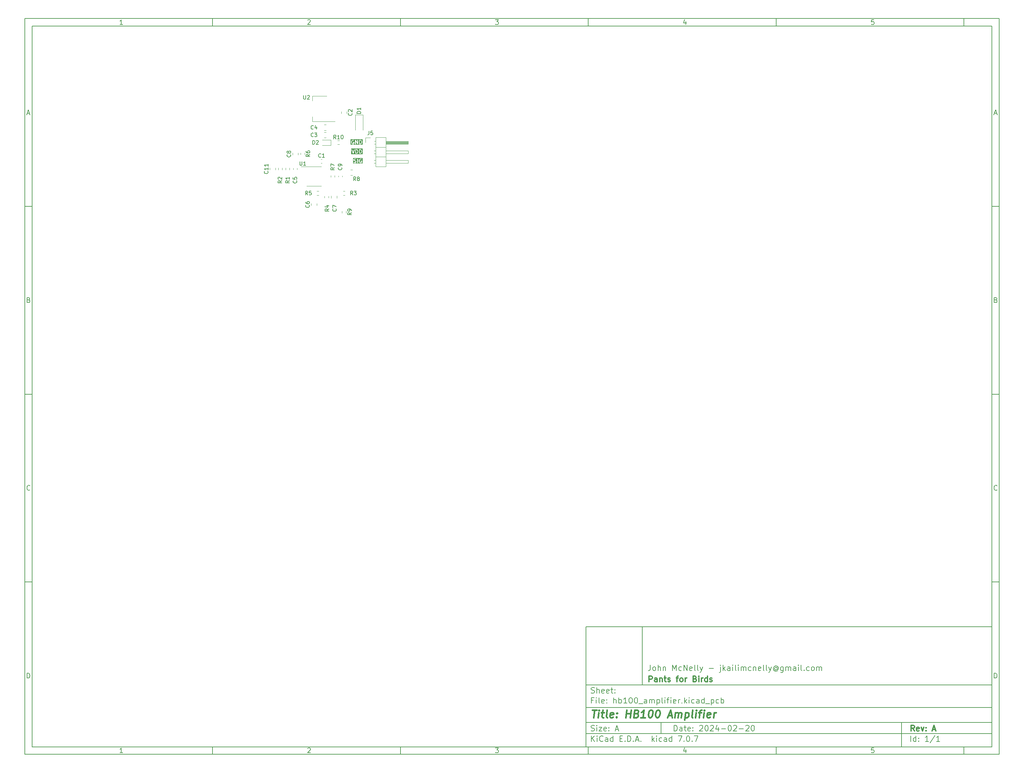
<source format=gbr>
%TF.GenerationSoftware,KiCad,Pcbnew,7.0.7*%
%TF.CreationDate,2024-02-20T22:27:51-08:00*%
%TF.ProjectId,hb100_amplifier,68623130-305f-4616-9d70-6c6966696572,A*%
%TF.SameCoordinates,PX42c1d80PY1c9c380*%
%TF.FileFunction,Legend,Top*%
%TF.FilePolarity,Positive*%
%FSLAX46Y46*%
G04 Gerber Fmt 4.6, Leading zero omitted, Abs format (unit mm)*
G04 Created by KiCad (PCBNEW 7.0.7) date 2024-02-20 22:27:51*
%MOMM*%
%LPD*%
G01*
G04 APERTURE LIST*
%ADD10C,0.100000*%
%ADD11C,0.150000*%
%ADD12C,0.300000*%
%ADD13C,0.400000*%
%ADD14C,0.200000*%
%ADD15C,0.120000*%
G04 APERTURE END LIST*
D10*
D11*
X89400000Y-141900000D02*
X197400000Y-141900000D01*
X197400000Y-173900000D01*
X89400000Y-173900000D01*
X89400000Y-141900000D01*
D10*
D11*
X-60000000Y20000000D02*
X199400000Y20000000D01*
X199400000Y-175900000D01*
X-60000000Y-175900000D01*
X-60000000Y20000000D01*
D10*
D11*
X-58000000Y18000000D02*
X197400000Y18000000D01*
X197400000Y-173900000D01*
X-58000000Y-173900000D01*
X-58000000Y18000000D01*
D10*
D11*
X-10000000Y18000000D02*
X-10000000Y20000000D01*
D10*
D11*
X40000000Y18000000D02*
X40000000Y20000000D01*
D10*
D11*
X90000000Y18000000D02*
X90000000Y20000000D01*
D10*
D11*
X140000000Y18000000D02*
X140000000Y20000000D01*
D10*
D11*
X190000000Y18000000D02*
X190000000Y20000000D01*
D10*
D11*
X-33910840Y18406396D02*
X-34653697Y18406396D01*
X-34282269Y18406396D02*
X-34282269Y19706396D01*
X-34282269Y19706396D02*
X-34406078Y19520681D01*
X-34406078Y19520681D02*
X-34529888Y19396872D01*
X-34529888Y19396872D02*
X-34653697Y19334967D01*
D10*
D11*
X15346303Y19582586D02*
X15408207Y19644491D01*
X15408207Y19644491D02*
X15532017Y19706396D01*
X15532017Y19706396D02*
X15841541Y19706396D01*
X15841541Y19706396D02*
X15965350Y19644491D01*
X15965350Y19644491D02*
X16027255Y19582586D01*
X16027255Y19582586D02*
X16089160Y19458777D01*
X16089160Y19458777D02*
X16089160Y19334967D01*
X16089160Y19334967D02*
X16027255Y19149253D01*
X16027255Y19149253D02*
X15284398Y18406396D01*
X15284398Y18406396D02*
X16089160Y18406396D01*
D10*
D11*
X65284398Y19706396D02*
X66089160Y19706396D01*
X66089160Y19706396D02*
X65655826Y19211158D01*
X65655826Y19211158D02*
X65841541Y19211158D01*
X65841541Y19211158D02*
X65965350Y19149253D01*
X65965350Y19149253D02*
X66027255Y19087348D01*
X66027255Y19087348D02*
X66089160Y18963539D01*
X66089160Y18963539D02*
X66089160Y18654015D01*
X66089160Y18654015D02*
X66027255Y18530205D01*
X66027255Y18530205D02*
X65965350Y18468300D01*
X65965350Y18468300D02*
X65841541Y18406396D01*
X65841541Y18406396D02*
X65470112Y18406396D01*
X65470112Y18406396D02*
X65346303Y18468300D01*
X65346303Y18468300D02*
X65284398Y18530205D01*
D10*
D11*
X115965350Y19273062D02*
X115965350Y18406396D01*
X115655826Y19768300D02*
X115346303Y18839729D01*
X115346303Y18839729D02*
X116151064Y18839729D01*
D10*
D11*
X166027255Y19706396D02*
X165408207Y19706396D01*
X165408207Y19706396D02*
X165346303Y19087348D01*
X165346303Y19087348D02*
X165408207Y19149253D01*
X165408207Y19149253D02*
X165532017Y19211158D01*
X165532017Y19211158D02*
X165841541Y19211158D01*
X165841541Y19211158D02*
X165965350Y19149253D01*
X165965350Y19149253D02*
X166027255Y19087348D01*
X166027255Y19087348D02*
X166089160Y18963539D01*
X166089160Y18963539D02*
X166089160Y18654015D01*
X166089160Y18654015D02*
X166027255Y18530205D01*
X166027255Y18530205D02*
X165965350Y18468300D01*
X165965350Y18468300D02*
X165841541Y18406396D01*
X165841541Y18406396D02*
X165532017Y18406396D01*
X165532017Y18406396D02*
X165408207Y18468300D01*
X165408207Y18468300D02*
X165346303Y18530205D01*
D10*
D11*
X-10000000Y-173900000D02*
X-10000000Y-175900000D01*
D10*
D11*
X40000000Y-173900000D02*
X40000000Y-175900000D01*
D10*
D11*
X90000000Y-173900000D02*
X90000000Y-175900000D01*
D10*
D11*
X140000000Y-173900000D02*
X140000000Y-175900000D01*
D10*
D11*
X190000000Y-173900000D02*
X190000000Y-175900000D01*
D10*
D11*
X-33910840Y-175493604D02*
X-34653697Y-175493604D01*
X-34282269Y-175493604D02*
X-34282269Y-174193604D01*
X-34282269Y-174193604D02*
X-34406078Y-174379319D01*
X-34406078Y-174379319D02*
X-34529888Y-174503128D01*
X-34529888Y-174503128D02*
X-34653697Y-174565033D01*
D10*
D11*
X15346303Y-174317414D02*
X15408207Y-174255509D01*
X15408207Y-174255509D02*
X15532017Y-174193604D01*
X15532017Y-174193604D02*
X15841541Y-174193604D01*
X15841541Y-174193604D02*
X15965350Y-174255509D01*
X15965350Y-174255509D02*
X16027255Y-174317414D01*
X16027255Y-174317414D02*
X16089160Y-174441223D01*
X16089160Y-174441223D02*
X16089160Y-174565033D01*
X16089160Y-174565033D02*
X16027255Y-174750747D01*
X16027255Y-174750747D02*
X15284398Y-175493604D01*
X15284398Y-175493604D02*
X16089160Y-175493604D01*
D10*
D11*
X65284398Y-174193604D02*
X66089160Y-174193604D01*
X66089160Y-174193604D02*
X65655826Y-174688842D01*
X65655826Y-174688842D02*
X65841541Y-174688842D01*
X65841541Y-174688842D02*
X65965350Y-174750747D01*
X65965350Y-174750747D02*
X66027255Y-174812652D01*
X66027255Y-174812652D02*
X66089160Y-174936461D01*
X66089160Y-174936461D02*
X66089160Y-175245985D01*
X66089160Y-175245985D02*
X66027255Y-175369795D01*
X66027255Y-175369795D02*
X65965350Y-175431700D01*
X65965350Y-175431700D02*
X65841541Y-175493604D01*
X65841541Y-175493604D02*
X65470112Y-175493604D01*
X65470112Y-175493604D02*
X65346303Y-175431700D01*
X65346303Y-175431700D02*
X65284398Y-175369795D01*
D10*
D11*
X115965350Y-174626938D02*
X115965350Y-175493604D01*
X115655826Y-174131700D02*
X115346303Y-175060271D01*
X115346303Y-175060271D02*
X116151064Y-175060271D01*
D10*
D11*
X166027255Y-174193604D02*
X165408207Y-174193604D01*
X165408207Y-174193604D02*
X165346303Y-174812652D01*
X165346303Y-174812652D02*
X165408207Y-174750747D01*
X165408207Y-174750747D02*
X165532017Y-174688842D01*
X165532017Y-174688842D02*
X165841541Y-174688842D01*
X165841541Y-174688842D02*
X165965350Y-174750747D01*
X165965350Y-174750747D02*
X166027255Y-174812652D01*
X166027255Y-174812652D02*
X166089160Y-174936461D01*
X166089160Y-174936461D02*
X166089160Y-175245985D01*
X166089160Y-175245985D02*
X166027255Y-175369795D01*
X166027255Y-175369795D02*
X165965350Y-175431700D01*
X165965350Y-175431700D02*
X165841541Y-175493604D01*
X165841541Y-175493604D02*
X165532017Y-175493604D01*
X165532017Y-175493604D02*
X165408207Y-175431700D01*
X165408207Y-175431700D02*
X165346303Y-175369795D01*
D10*
D11*
X-60000000Y-30000000D02*
X-58000000Y-30000000D01*
D10*
D11*
X-60000000Y-80000000D02*
X-58000000Y-80000000D01*
D10*
D11*
X-60000000Y-130000000D02*
X-58000000Y-130000000D01*
D10*
D11*
X-59309524Y-5222176D02*
X-58690477Y-5222176D01*
X-59433334Y-5593604D02*
X-59000001Y-4293604D01*
X-59000001Y-4293604D02*
X-58566667Y-5593604D01*
D10*
D11*
X-58907143Y-54912652D02*
X-58721429Y-54974557D01*
X-58721429Y-54974557D02*
X-58659524Y-55036461D01*
X-58659524Y-55036461D02*
X-58597620Y-55160271D01*
X-58597620Y-55160271D02*
X-58597620Y-55345985D01*
X-58597620Y-55345985D02*
X-58659524Y-55469795D01*
X-58659524Y-55469795D02*
X-58721429Y-55531700D01*
X-58721429Y-55531700D02*
X-58845239Y-55593604D01*
X-58845239Y-55593604D02*
X-59340477Y-55593604D01*
X-59340477Y-55593604D02*
X-59340477Y-54293604D01*
X-59340477Y-54293604D02*
X-58907143Y-54293604D01*
X-58907143Y-54293604D02*
X-58783334Y-54355509D01*
X-58783334Y-54355509D02*
X-58721429Y-54417414D01*
X-58721429Y-54417414D02*
X-58659524Y-54541223D01*
X-58659524Y-54541223D02*
X-58659524Y-54665033D01*
X-58659524Y-54665033D02*
X-58721429Y-54788842D01*
X-58721429Y-54788842D02*
X-58783334Y-54850747D01*
X-58783334Y-54850747D02*
X-58907143Y-54912652D01*
X-58907143Y-54912652D02*
X-59340477Y-54912652D01*
D10*
D11*
X-58597620Y-105469795D02*
X-58659524Y-105531700D01*
X-58659524Y-105531700D02*
X-58845239Y-105593604D01*
X-58845239Y-105593604D02*
X-58969048Y-105593604D01*
X-58969048Y-105593604D02*
X-59154762Y-105531700D01*
X-59154762Y-105531700D02*
X-59278572Y-105407890D01*
X-59278572Y-105407890D02*
X-59340477Y-105284080D01*
X-59340477Y-105284080D02*
X-59402381Y-105036461D01*
X-59402381Y-105036461D02*
X-59402381Y-104850747D01*
X-59402381Y-104850747D02*
X-59340477Y-104603128D01*
X-59340477Y-104603128D02*
X-59278572Y-104479319D01*
X-59278572Y-104479319D02*
X-59154762Y-104355509D01*
X-59154762Y-104355509D02*
X-58969048Y-104293604D01*
X-58969048Y-104293604D02*
X-58845239Y-104293604D01*
X-58845239Y-104293604D02*
X-58659524Y-104355509D01*
X-58659524Y-104355509D02*
X-58597620Y-104417414D01*
D10*
D11*
X-59340477Y-155593604D02*
X-59340477Y-154293604D01*
X-59340477Y-154293604D02*
X-59030953Y-154293604D01*
X-59030953Y-154293604D02*
X-58845239Y-154355509D01*
X-58845239Y-154355509D02*
X-58721429Y-154479319D01*
X-58721429Y-154479319D02*
X-58659524Y-154603128D01*
X-58659524Y-154603128D02*
X-58597620Y-154850747D01*
X-58597620Y-154850747D02*
X-58597620Y-155036461D01*
X-58597620Y-155036461D02*
X-58659524Y-155284080D01*
X-58659524Y-155284080D02*
X-58721429Y-155407890D01*
X-58721429Y-155407890D02*
X-58845239Y-155531700D01*
X-58845239Y-155531700D02*
X-59030953Y-155593604D01*
X-59030953Y-155593604D02*
X-59340477Y-155593604D01*
D10*
D11*
X199400000Y-30000000D02*
X197400000Y-30000000D01*
D10*
D11*
X199400000Y-80000000D02*
X197400000Y-80000000D01*
D10*
D11*
X199400000Y-130000000D02*
X197400000Y-130000000D01*
D10*
D11*
X198090476Y-5222176D02*
X198709523Y-5222176D01*
X197966666Y-5593604D02*
X198399999Y-4293604D01*
X198399999Y-4293604D02*
X198833333Y-5593604D01*
D10*
D11*
X198492857Y-54912652D02*
X198678571Y-54974557D01*
X198678571Y-54974557D02*
X198740476Y-55036461D01*
X198740476Y-55036461D02*
X198802380Y-55160271D01*
X198802380Y-55160271D02*
X198802380Y-55345985D01*
X198802380Y-55345985D02*
X198740476Y-55469795D01*
X198740476Y-55469795D02*
X198678571Y-55531700D01*
X198678571Y-55531700D02*
X198554761Y-55593604D01*
X198554761Y-55593604D02*
X198059523Y-55593604D01*
X198059523Y-55593604D02*
X198059523Y-54293604D01*
X198059523Y-54293604D02*
X198492857Y-54293604D01*
X198492857Y-54293604D02*
X198616666Y-54355509D01*
X198616666Y-54355509D02*
X198678571Y-54417414D01*
X198678571Y-54417414D02*
X198740476Y-54541223D01*
X198740476Y-54541223D02*
X198740476Y-54665033D01*
X198740476Y-54665033D02*
X198678571Y-54788842D01*
X198678571Y-54788842D02*
X198616666Y-54850747D01*
X198616666Y-54850747D02*
X198492857Y-54912652D01*
X198492857Y-54912652D02*
X198059523Y-54912652D01*
D10*
D11*
X198802380Y-105469795D02*
X198740476Y-105531700D01*
X198740476Y-105531700D02*
X198554761Y-105593604D01*
X198554761Y-105593604D02*
X198430952Y-105593604D01*
X198430952Y-105593604D02*
X198245238Y-105531700D01*
X198245238Y-105531700D02*
X198121428Y-105407890D01*
X198121428Y-105407890D02*
X198059523Y-105284080D01*
X198059523Y-105284080D02*
X197997619Y-105036461D01*
X197997619Y-105036461D02*
X197997619Y-104850747D01*
X197997619Y-104850747D02*
X198059523Y-104603128D01*
X198059523Y-104603128D02*
X198121428Y-104479319D01*
X198121428Y-104479319D02*
X198245238Y-104355509D01*
X198245238Y-104355509D02*
X198430952Y-104293604D01*
X198430952Y-104293604D02*
X198554761Y-104293604D01*
X198554761Y-104293604D02*
X198740476Y-104355509D01*
X198740476Y-104355509D02*
X198802380Y-104417414D01*
D10*
D11*
X198059523Y-155593604D02*
X198059523Y-154293604D01*
X198059523Y-154293604D02*
X198369047Y-154293604D01*
X198369047Y-154293604D02*
X198554761Y-154355509D01*
X198554761Y-154355509D02*
X198678571Y-154479319D01*
X198678571Y-154479319D02*
X198740476Y-154603128D01*
X198740476Y-154603128D02*
X198802380Y-154850747D01*
X198802380Y-154850747D02*
X198802380Y-155036461D01*
X198802380Y-155036461D02*
X198740476Y-155284080D01*
X198740476Y-155284080D02*
X198678571Y-155407890D01*
X198678571Y-155407890D02*
X198554761Y-155531700D01*
X198554761Y-155531700D02*
X198369047Y-155593604D01*
X198369047Y-155593604D02*
X198059523Y-155593604D01*
D10*
D11*
X112855826Y-169686128D02*
X112855826Y-168186128D01*
X112855826Y-168186128D02*
X113212969Y-168186128D01*
X113212969Y-168186128D02*
X113427255Y-168257557D01*
X113427255Y-168257557D02*
X113570112Y-168400414D01*
X113570112Y-168400414D02*
X113641541Y-168543271D01*
X113641541Y-168543271D02*
X113712969Y-168828985D01*
X113712969Y-168828985D02*
X113712969Y-169043271D01*
X113712969Y-169043271D02*
X113641541Y-169328985D01*
X113641541Y-169328985D02*
X113570112Y-169471842D01*
X113570112Y-169471842D02*
X113427255Y-169614700D01*
X113427255Y-169614700D02*
X113212969Y-169686128D01*
X113212969Y-169686128D02*
X112855826Y-169686128D01*
X114998684Y-169686128D02*
X114998684Y-168900414D01*
X114998684Y-168900414D02*
X114927255Y-168757557D01*
X114927255Y-168757557D02*
X114784398Y-168686128D01*
X114784398Y-168686128D02*
X114498684Y-168686128D01*
X114498684Y-168686128D02*
X114355826Y-168757557D01*
X114998684Y-169614700D02*
X114855826Y-169686128D01*
X114855826Y-169686128D02*
X114498684Y-169686128D01*
X114498684Y-169686128D02*
X114355826Y-169614700D01*
X114355826Y-169614700D02*
X114284398Y-169471842D01*
X114284398Y-169471842D02*
X114284398Y-169328985D01*
X114284398Y-169328985D02*
X114355826Y-169186128D01*
X114355826Y-169186128D02*
X114498684Y-169114700D01*
X114498684Y-169114700D02*
X114855826Y-169114700D01*
X114855826Y-169114700D02*
X114998684Y-169043271D01*
X115498684Y-168686128D02*
X116070112Y-168686128D01*
X115712969Y-168186128D02*
X115712969Y-169471842D01*
X115712969Y-169471842D02*
X115784398Y-169614700D01*
X115784398Y-169614700D02*
X115927255Y-169686128D01*
X115927255Y-169686128D02*
X116070112Y-169686128D01*
X117141541Y-169614700D02*
X116998684Y-169686128D01*
X116998684Y-169686128D02*
X116712970Y-169686128D01*
X116712970Y-169686128D02*
X116570112Y-169614700D01*
X116570112Y-169614700D02*
X116498684Y-169471842D01*
X116498684Y-169471842D02*
X116498684Y-168900414D01*
X116498684Y-168900414D02*
X116570112Y-168757557D01*
X116570112Y-168757557D02*
X116712970Y-168686128D01*
X116712970Y-168686128D02*
X116998684Y-168686128D01*
X116998684Y-168686128D02*
X117141541Y-168757557D01*
X117141541Y-168757557D02*
X117212970Y-168900414D01*
X117212970Y-168900414D02*
X117212970Y-169043271D01*
X117212970Y-169043271D02*
X116498684Y-169186128D01*
X117855826Y-169543271D02*
X117927255Y-169614700D01*
X117927255Y-169614700D02*
X117855826Y-169686128D01*
X117855826Y-169686128D02*
X117784398Y-169614700D01*
X117784398Y-169614700D02*
X117855826Y-169543271D01*
X117855826Y-169543271D02*
X117855826Y-169686128D01*
X117855826Y-168757557D02*
X117927255Y-168828985D01*
X117927255Y-168828985D02*
X117855826Y-168900414D01*
X117855826Y-168900414D02*
X117784398Y-168828985D01*
X117784398Y-168828985D02*
X117855826Y-168757557D01*
X117855826Y-168757557D02*
X117855826Y-168900414D01*
X119641541Y-168328985D02*
X119712969Y-168257557D01*
X119712969Y-168257557D02*
X119855827Y-168186128D01*
X119855827Y-168186128D02*
X120212969Y-168186128D01*
X120212969Y-168186128D02*
X120355827Y-168257557D01*
X120355827Y-168257557D02*
X120427255Y-168328985D01*
X120427255Y-168328985D02*
X120498684Y-168471842D01*
X120498684Y-168471842D02*
X120498684Y-168614700D01*
X120498684Y-168614700D02*
X120427255Y-168828985D01*
X120427255Y-168828985D02*
X119570112Y-169686128D01*
X119570112Y-169686128D02*
X120498684Y-169686128D01*
X121427255Y-168186128D02*
X121570112Y-168186128D01*
X121570112Y-168186128D02*
X121712969Y-168257557D01*
X121712969Y-168257557D02*
X121784398Y-168328985D01*
X121784398Y-168328985D02*
X121855826Y-168471842D01*
X121855826Y-168471842D02*
X121927255Y-168757557D01*
X121927255Y-168757557D02*
X121927255Y-169114700D01*
X121927255Y-169114700D02*
X121855826Y-169400414D01*
X121855826Y-169400414D02*
X121784398Y-169543271D01*
X121784398Y-169543271D02*
X121712969Y-169614700D01*
X121712969Y-169614700D02*
X121570112Y-169686128D01*
X121570112Y-169686128D02*
X121427255Y-169686128D01*
X121427255Y-169686128D02*
X121284398Y-169614700D01*
X121284398Y-169614700D02*
X121212969Y-169543271D01*
X121212969Y-169543271D02*
X121141540Y-169400414D01*
X121141540Y-169400414D02*
X121070112Y-169114700D01*
X121070112Y-169114700D02*
X121070112Y-168757557D01*
X121070112Y-168757557D02*
X121141540Y-168471842D01*
X121141540Y-168471842D02*
X121212969Y-168328985D01*
X121212969Y-168328985D02*
X121284398Y-168257557D01*
X121284398Y-168257557D02*
X121427255Y-168186128D01*
X122498683Y-168328985D02*
X122570111Y-168257557D01*
X122570111Y-168257557D02*
X122712969Y-168186128D01*
X122712969Y-168186128D02*
X123070111Y-168186128D01*
X123070111Y-168186128D02*
X123212969Y-168257557D01*
X123212969Y-168257557D02*
X123284397Y-168328985D01*
X123284397Y-168328985D02*
X123355826Y-168471842D01*
X123355826Y-168471842D02*
X123355826Y-168614700D01*
X123355826Y-168614700D02*
X123284397Y-168828985D01*
X123284397Y-168828985D02*
X122427254Y-169686128D01*
X122427254Y-169686128D02*
X123355826Y-169686128D01*
X124641540Y-168686128D02*
X124641540Y-169686128D01*
X124284397Y-168114700D02*
X123927254Y-169186128D01*
X123927254Y-169186128D02*
X124855825Y-169186128D01*
X125427253Y-169114700D02*
X126570111Y-169114700D01*
X127570111Y-168186128D02*
X127712968Y-168186128D01*
X127712968Y-168186128D02*
X127855825Y-168257557D01*
X127855825Y-168257557D02*
X127927254Y-168328985D01*
X127927254Y-168328985D02*
X127998682Y-168471842D01*
X127998682Y-168471842D02*
X128070111Y-168757557D01*
X128070111Y-168757557D02*
X128070111Y-169114700D01*
X128070111Y-169114700D02*
X127998682Y-169400414D01*
X127998682Y-169400414D02*
X127927254Y-169543271D01*
X127927254Y-169543271D02*
X127855825Y-169614700D01*
X127855825Y-169614700D02*
X127712968Y-169686128D01*
X127712968Y-169686128D02*
X127570111Y-169686128D01*
X127570111Y-169686128D02*
X127427254Y-169614700D01*
X127427254Y-169614700D02*
X127355825Y-169543271D01*
X127355825Y-169543271D02*
X127284396Y-169400414D01*
X127284396Y-169400414D02*
X127212968Y-169114700D01*
X127212968Y-169114700D02*
X127212968Y-168757557D01*
X127212968Y-168757557D02*
X127284396Y-168471842D01*
X127284396Y-168471842D02*
X127355825Y-168328985D01*
X127355825Y-168328985D02*
X127427254Y-168257557D01*
X127427254Y-168257557D02*
X127570111Y-168186128D01*
X128641539Y-168328985D02*
X128712967Y-168257557D01*
X128712967Y-168257557D02*
X128855825Y-168186128D01*
X128855825Y-168186128D02*
X129212967Y-168186128D01*
X129212967Y-168186128D02*
X129355825Y-168257557D01*
X129355825Y-168257557D02*
X129427253Y-168328985D01*
X129427253Y-168328985D02*
X129498682Y-168471842D01*
X129498682Y-168471842D02*
X129498682Y-168614700D01*
X129498682Y-168614700D02*
X129427253Y-168828985D01*
X129427253Y-168828985D02*
X128570110Y-169686128D01*
X128570110Y-169686128D02*
X129498682Y-169686128D01*
X130141538Y-169114700D02*
X131284396Y-169114700D01*
X131927253Y-168328985D02*
X131998681Y-168257557D01*
X131998681Y-168257557D02*
X132141539Y-168186128D01*
X132141539Y-168186128D02*
X132498681Y-168186128D01*
X132498681Y-168186128D02*
X132641539Y-168257557D01*
X132641539Y-168257557D02*
X132712967Y-168328985D01*
X132712967Y-168328985D02*
X132784396Y-168471842D01*
X132784396Y-168471842D02*
X132784396Y-168614700D01*
X132784396Y-168614700D02*
X132712967Y-168828985D01*
X132712967Y-168828985D02*
X131855824Y-169686128D01*
X131855824Y-169686128D02*
X132784396Y-169686128D01*
X133712967Y-168186128D02*
X133855824Y-168186128D01*
X133855824Y-168186128D02*
X133998681Y-168257557D01*
X133998681Y-168257557D02*
X134070110Y-168328985D01*
X134070110Y-168328985D02*
X134141538Y-168471842D01*
X134141538Y-168471842D02*
X134212967Y-168757557D01*
X134212967Y-168757557D02*
X134212967Y-169114700D01*
X134212967Y-169114700D02*
X134141538Y-169400414D01*
X134141538Y-169400414D02*
X134070110Y-169543271D01*
X134070110Y-169543271D02*
X133998681Y-169614700D01*
X133998681Y-169614700D02*
X133855824Y-169686128D01*
X133855824Y-169686128D02*
X133712967Y-169686128D01*
X133712967Y-169686128D02*
X133570110Y-169614700D01*
X133570110Y-169614700D02*
X133498681Y-169543271D01*
X133498681Y-169543271D02*
X133427252Y-169400414D01*
X133427252Y-169400414D02*
X133355824Y-169114700D01*
X133355824Y-169114700D02*
X133355824Y-168757557D01*
X133355824Y-168757557D02*
X133427252Y-168471842D01*
X133427252Y-168471842D02*
X133498681Y-168328985D01*
X133498681Y-168328985D02*
X133570110Y-168257557D01*
X133570110Y-168257557D02*
X133712967Y-168186128D01*
D10*
D11*
X89400000Y-170400000D02*
X197400000Y-170400000D01*
D10*
D11*
X90855826Y-172486128D02*
X90855826Y-170986128D01*
X91712969Y-172486128D02*
X91070112Y-171628985D01*
X91712969Y-170986128D02*
X90855826Y-171843271D01*
X92355826Y-172486128D02*
X92355826Y-171486128D01*
X92355826Y-170986128D02*
X92284398Y-171057557D01*
X92284398Y-171057557D02*
X92355826Y-171128985D01*
X92355826Y-171128985D02*
X92427255Y-171057557D01*
X92427255Y-171057557D02*
X92355826Y-170986128D01*
X92355826Y-170986128D02*
X92355826Y-171128985D01*
X93927255Y-172343271D02*
X93855827Y-172414700D01*
X93855827Y-172414700D02*
X93641541Y-172486128D01*
X93641541Y-172486128D02*
X93498684Y-172486128D01*
X93498684Y-172486128D02*
X93284398Y-172414700D01*
X93284398Y-172414700D02*
X93141541Y-172271842D01*
X93141541Y-172271842D02*
X93070112Y-172128985D01*
X93070112Y-172128985D02*
X92998684Y-171843271D01*
X92998684Y-171843271D02*
X92998684Y-171628985D01*
X92998684Y-171628985D02*
X93070112Y-171343271D01*
X93070112Y-171343271D02*
X93141541Y-171200414D01*
X93141541Y-171200414D02*
X93284398Y-171057557D01*
X93284398Y-171057557D02*
X93498684Y-170986128D01*
X93498684Y-170986128D02*
X93641541Y-170986128D01*
X93641541Y-170986128D02*
X93855827Y-171057557D01*
X93855827Y-171057557D02*
X93927255Y-171128985D01*
X95212970Y-172486128D02*
X95212970Y-171700414D01*
X95212970Y-171700414D02*
X95141541Y-171557557D01*
X95141541Y-171557557D02*
X94998684Y-171486128D01*
X94998684Y-171486128D02*
X94712970Y-171486128D01*
X94712970Y-171486128D02*
X94570112Y-171557557D01*
X95212970Y-172414700D02*
X95070112Y-172486128D01*
X95070112Y-172486128D02*
X94712970Y-172486128D01*
X94712970Y-172486128D02*
X94570112Y-172414700D01*
X94570112Y-172414700D02*
X94498684Y-172271842D01*
X94498684Y-172271842D02*
X94498684Y-172128985D01*
X94498684Y-172128985D02*
X94570112Y-171986128D01*
X94570112Y-171986128D02*
X94712970Y-171914700D01*
X94712970Y-171914700D02*
X95070112Y-171914700D01*
X95070112Y-171914700D02*
X95212970Y-171843271D01*
X96570113Y-172486128D02*
X96570113Y-170986128D01*
X96570113Y-172414700D02*
X96427255Y-172486128D01*
X96427255Y-172486128D02*
X96141541Y-172486128D01*
X96141541Y-172486128D02*
X95998684Y-172414700D01*
X95998684Y-172414700D02*
X95927255Y-172343271D01*
X95927255Y-172343271D02*
X95855827Y-172200414D01*
X95855827Y-172200414D02*
X95855827Y-171771842D01*
X95855827Y-171771842D02*
X95927255Y-171628985D01*
X95927255Y-171628985D02*
X95998684Y-171557557D01*
X95998684Y-171557557D02*
X96141541Y-171486128D01*
X96141541Y-171486128D02*
X96427255Y-171486128D01*
X96427255Y-171486128D02*
X96570113Y-171557557D01*
X98427255Y-171700414D02*
X98927255Y-171700414D01*
X99141541Y-172486128D02*
X98427255Y-172486128D01*
X98427255Y-172486128D02*
X98427255Y-170986128D01*
X98427255Y-170986128D02*
X99141541Y-170986128D01*
X99784398Y-172343271D02*
X99855827Y-172414700D01*
X99855827Y-172414700D02*
X99784398Y-172486128D01*
X99784398Y-172486128D02*
X99712970Y-172414700D01*
X99712970Y-172414700D02*
X99784398Y-172343271D01*
X99784398Y-172343271D02*
X99784398Y-172486128D01*
X100498684Y-172486128D02*
X100498684Y-170986128D01*
X100498684Y-170986128D02*
X100855827Y-170986128D01*
X100855827Y-170986128D02*
X101070113Y-171057557D01*
X101070113Y-171057557D02*
X101212970Y-171200414D01*
X101212970Y-171200414D02*
X101284399Y-171343271D01*
X101284399Y-171343271D02*
X101355827Y-171628985D01*
X101355827Y-171628985D02*
X101355827Y-171843271D01*
X101355827Y-171843271D02*
X101284399Y-172128985D01*
X101284399Y-172128985D02*
X101212970Y-172271842D01*
X101212970Y-172271842D02*
X101070113Y-172414700D01*
X101070113Y-172414700D02*
X100855827Y-172486128D01*
X100855827Y-172486128D02*
X100498684Y-172486128D01*
X101998684Y-172343271D02*
X102070113Y-172414700D01*
X102070113Y-172414700D02*
X101998684Y-172486128D01*
X101998684Y-172486128D02*
X101927256Y-172414700D01*
X101927256Y-172414700D02*
X101998684Y-172343271D01*
X101998684Y-172343271D02*
X101998684Y-172486128D01*
X102641542Y-172057557D02*
X103355828Y-172057557D01*
X102498685Y-172486128D02*
X102998685Y-170986128D01*
X102998685Y-170986128D02*
X103498685Y-172486128D01*
X103998684Y-172343271D02*
X104070113Y-172414700D01*
X104070113Y-172414700D02*
X103998684Y-172486128D01*
X103998684Y-172486128D02*
X103927256Y-172414700D01*
X103927256Y-172414700D02*
X103998684Y-172343271D01*
X103998684Y-172343271D02*
X103998684Y-172486128D01*
X106998684Y-172486128D02*
X106998684Y-170986128D01*
X107141542Y-171914700D02*
X107570113Y-172486128D01*
X107570113Y-171486128D02*
X106998684Y-172057557D01*
X108212970Y-172486128D02*
X108212970Y-171486128D01*
X108212970Y-170986128D02*
X108141542Y-171057557D01*
X108141542Y-171057557D02*
X108212970Y-171128985D01*
X108212970Y-171128985D02*
X108284399Y-171057557D01*
X108284399Y-171057557D02*
X108212970Y-170986128D01*
X108212970Y-170986128D02*
X108212970Y-171128985D01*
X109570114Y-172414700D02*
X109427256Y-172486128D01*
X109427256Y-172486128D02*
X109141542Y-172486128D01*
X109141542Y-172486128D02*
X108998685Y-172414700D01*
X108998685Y-172414700D02*
X108927256Y-172343271D01*
X108927256Y-172343271D02*
X108855828Y-172200414D01*
X108855828Y-172200414D02*
X108855828Y-171771842D01*
X108855828Y-171771842D02*
X108927256Y-171628985D01*
X108927256Y-171628985D02*
X108998685Y-171557557D01*
X108998685Y-171557557D02*
X109141542Y-171486128D01*
X109141542Y-171486128D02*
X109427256Y-171486128D01*
X109427256Y-171486128D02*
X109570114Y-171557557D01*
X110855828Y-172486128D02*
X110855828Y-171700414D01*
X110855828Y-171700414D02*
X110784399Y-171557557D01*
X110784399Y-171557557D02*
X110641542Y-171486128D01*
X110641542Y-171486128D02*
X110355828Y-171486128D01*
X110355828Y-171486128D02*
X110212970Y-171557557D01*
X110855828Y-172414700D02*
X110712970Y-172486128D01*
X110712970Y-172486128D02*
X110355828Y-172486128D01*
X110355828Y-172486128D02*
X110212970Y-172414700D01*
X110212970Y-172414700D02*
X110141542Y-172271842D01*
X110141542Y-172271842D02*
X110141542Y-172128985D01*
X110141542Y-172128985D02*
X110212970Y-171986128D01*
X110212970Y-171986128D02*
X110355828Y-171914700D01*
X110355828Y-171914700D02*
X110712970Y-171914700D01*
X110712970Y-171914700D02*
X110855828Y-171843271D01*
X112212971Y-172486128D02*
X112212971Y-170986128D01*
X112212971Y-172414700D02*
X112070113Y-172486128D01*
X112070113Y-172486128D02*
X111784399Y-172486128D01*
X111784399Y-172486128D02*
X111641542Y-172414700D01*
X111641542Y-172414700D02*
X111570113Y-172343271D01*
X111570113Y-172343271D02*
X111498685Y-172200414D01*
X111498685Y-172200414D02*
X111498685Y-171771842D01*
X111498685Y-171771842D02*
X111570113Y-171628985D01*
X111570113Y-171628985D02*
X111641542Y-171557557D01*
X111641542Y-171557557D02*
X111784399Y-171486128D01*
X111784399Y-171486128D02*
X112070113Y-171486128D01*
X112070113Y-171486128D02*
X112212971Y-171557557D01*
X113927256Y-170986128D02*
X114927256Y-170986128D01*
X114927256Y-170986128D02*
X114284399Y-172486128D01*
X115498684Y-172343271D02*
X115570113Y-172414700D01*
X115570113Y-172414700D02*
X115498684Y-172486128D01*
X115498684Y-172486128D02*
X115427256Y-172414700D01*
X115427256Y-172414700D02*
X115498684Y-172343271D01*
X115498684Y-172343271D02*
X115498684Y-172486128D01*
X116498685Y-170986128D02*
X116641542Y-170986128D01*
X116641542Y-170986128D02*
X116784399Y-171057557D01*
X116784399Y-171057557D02*
X116855828Y-171128985D01*
X116855828Y-171128985D02*
X116927256Y-171271842D01*
X116927256Y-171271842D02*
X116998685Y-171557557D01*
X116998685Y-171557557D02*
X116998685Y-171914700D01*
X116998685Y-171914700D02*
X116927256Y-172200414D01*
X116927256Y-172200414D02*
X116855828Y-172343271D01*
X116855828Y-172343271D02*
X116784399Y-172414700D01*
X116784399Y-172414700D02*
X116641542Y-172486128D01*
X116641542Y-172486128D02*
X116498685Y-172486128D01*
X116498685Y-172486128D02*
X116355828Y-172414700D01*
X116355828Y-172414700D02*
X116284399Y-172343271D01*
X116284399Y-172343271D02*
X116212970Y-172200414D01*
X116212970Y-172200414D02*
X116141542Y-171914700D01*
X116141542Y-171914700D02*
X116141542Y-171557557D01*
X116141542Y-171557557D02*
X116212970Y-171271842D01*
X116212970Y-171271842D02*
X116284399Y-171128985D01*
X116284399Y-171128985D02*
X116355828Y-171057557D01*
X116355828Y-171057557D02*
X116498685Y-170986128D01*
X117641541Y-172343271D02*
X117712970Y-172414700D01*
X117712970Y-172414700D02*
X117641541Y-172486128D01*
X117641541Y-172486128D02*
X117570113Y-172414700D01*
X117570113Y-172414700D02*
X117641541Y-172343271D01*
X117641541Y-172343271D02*
X117641541Y-172486128D01*
X118212970Y-170986128D02*
X119212970Y-170986128D01*
X119212970Y-170986128D02*
X118570113Y-172486128D01*
D10*
D11*
X89400000Y-167400000D02*
X197400000Y-167400000D01*
D10*
D12*
X176811653Y-169678328D02*
X176311653Y-168964042D01*
X175954510Y-169678328D02*
X175954510Y-168178328D01*
X175954510Y-168178328D02*
X176525939Y-168178328D01*
X176525939Y-168178328D02*
X176668796Y-168249757D01*
X176668796Y-168249757D02*
X176740225Y-168321185D01*
X176740225Y-168321185D02*
X176811653Y-168464042D01*
X176811653Y-168464042D02*
X176811653Y-168678328D01*
X176811653Y-168678328D02*
X176740225Y-168821185D01*
X176740225Y-168821185D02*
X176668796Y-168892614D01*
X176668796Y-168892614D02*
X176525939Y-168964042D01*
X176525939Y-168964042D02*
X175954510Y-168964042D01*
X178025939Y-169606900D02*
X177883082Y-169678328D01*
X177883082Y-169678328D02*
X177597368Y-169678328D01*
X177597368Y-169678328D02*
X177454510Y-169606900D01*
X177454510Y-169606900D02*
X177383082Y-169464042D01*
X177383082Y-169464042D02*
X177383082Y-168892614D01*
X177383082Y-168892614D02*
X177454510Y-168749757D01*
X177454510Y-168749757D02*
X177597368Y-168678328D01*
X177597368Y-168678328D02*
X177883082Y-168678328D01*
X177883082Y-168678328D02*
X178025939Y-168749757D01*
X178025939Y-168749757D02*
X178097368Y-168892614D01*
X178097368Y-168892614D02*
X178097368Y-169035471D01*
X178097368Y-169035471D02*
X177383082Y-169178328D01*
X178597367Y-168678328D02*
X178954510Y-169678328D01*
X178954510Y-169678328D02*
X179311653Y-168678328D01*
X179883081Y-169535471D02*
X179954510Y-169606900D01*
X179954510Y-169606900D02*
X179883081Y-169678328D01*
X179883081Y-169678328D02*
X179811653Y-169606900D01*
X179811653Y-169606900D02*
X179883081Y-169535471D01*
X179883081Y-169535471D02*
X179883081Y-169678328D01*
X179883081Y-168749757D02*
X179954510Y-168821185D01*
X179954510Y-168821185D02*
X179883081Y-168892614D01*
X179883081Y-168892614D02*
X179811653Y-168821185D01*
X179811653Y-168821185D02*
X179883081Y-168749757D01*
X179883081Y-168749757D02*
X179883081Y-168892614D01*
X181668796Y-169249757D02*
X182383082Y-169249757D01*
X181525939Y-169678328D02*
X182025939Y-168178328D01*
X182025939Y-168178328D02*
X182525939Y-169678328D01*
D10*
D11*
X90784398Y-169614700D02*
X90998684Y-169686128D01*
X90998684Y-169686128D02*
X91355826Y-169686128D01*
X91355826Y-169686128D02*
X91498684Y-169614700D01*
X91498684Y-169614700D02*
X91570112Y-169543271D01*
X91570112Y-169543271D02*
X91641541Y-169400414D01*
X91641541Y-169400414D02*
X91641541Y-169257557D01*
X91641541Y-169257557D02*
X91570112Y-169114700D01*
X91570112Y-169114700D02*
X91498684Y-169043271D01*
X91498684Y-169043271D02*
X91355826Y-168971842D01*
X91355826Y-168971842D02*
X91070112Y-168900414D01*
X91070112Y-168900414D02*
X90927255Y-168828985D01*
X90927255Y-168828985D02*
X90855826Y-168757557D01*
X90855826Y-168757557D02*
X90784398Y-168614700D01*
X90784398Y-168614700D02*
X90784398Y-168471842D01*
X90784398Y-168471842D02*
X90855826Y-168328985D01*
X90855826Y-168328985D02*
X90927255Y-168257557D01*
X90927255Y-168257557D02*
X91070112Y-168186128D01*
X91070112Y-168186128D02*
X91427255Y-168186128D01*
X91427255Y-168186128D02*
X91641541Y-168257557D01*
X92284397Y-169686128D02*
X92284397Y-168686128D01*
X92284397Y-168186128D02*
X92212969Y-168257557D01*
X92212969Y-168257557D02*
X92284397Y-168328985D01*
X92284397Y-168328985D02*
X92355826Y-168257557D01*
X92355826Y-168257557D02*
X92284397Y-168186128D01*
X92284397Y-168186128D02*
X92284397Y-168328985D01*
X92855826Y-168686128D02*
X93641541Y-168686128D01*
X93641541Y-168686128D02*
X92855826Y-169686128D01*
X92855826Y-169686128D02*
X93641541Y-169686128D01*
X94784398Y-169614700D02*
X94641541Y-169686128D01*
X94641541Y-169686128D02*
X94355827Y-169686128D01*
X94355827Y-169686128D02*
X94212969Y-169614700D01*
X94212969Y-169614700D02*
X94141541Y-169471842D01*
X94141541Y-169471842D02*
X94141541Y-168900414D01*
X94141541Y-168900414D02*
X94212969Y-168757557D01*
X94212969Y-168757557D02*
X94355827Y-168686128D01*
X94355827Y-168686128D02*
X94641541Y-168686128D01*
X94641541Y-168686128D02*
X94784398Y-168757557D01*
X94784398Y-168757557D02*
X94855827Y-168900414D01*
X94855827Y-168900414D02*
X94855827Y-169043271D01*
X94855827Y-169043271D02*
X94141541Y-169186128D01*
X95498683Y-169543271D02*
X95570112Y-169614700D01*
X95570112Y-169614700D02*
X95498683Y-169686128D01*
X95498683Y-169686128D02*
X95427255Y-169614700D01*
X95427255Y-169614700D02*
X95498683Y-169543271D01*
X95498683Y-169543271D02*
X95498683Y-169686128D01*
X95498683Y-168757557D02*
X95570112Y-168828985D01*
X95570112Y-168828985D02*
X95498683Y-168900414D01*
X95498683Y-168900414D02*
X95427255Y-168828985D01*
X95427255Y-168828985D02*
X95498683Y-168757557D01*
X95498683Y-168757557D02*
X95498683Y-168900414D01*
X97284398Y-169257557D02*
X97998684Y-169257557D01*
X97141541Y-169686128D02*
X97641541Y-168186128D01*
X97641541Y-168186128D02*
X98141541Y-169686128D01*
D10*
D11*
X175855826Y-172486128D02*
X175855826Y-170986128D01*
X177212970Y-172486128D02*
X177212970Y-170986128D01*
X177212970Y-172414700D02*
X177070112Y-172486128D01*
X177070112Y-172486128D02*
X176784398Y-172486128D01*
X176784398Y-172486128D02*
X176641541Y-172414700D01*
X176641541Y-172414700D02*
X176570112Y-172343271D01*
X176570112Y-172343271D02*
X176498684Y-172200414D01*
X176498684Y-172200414D02*
X176498684Y-171771842D01*
X176498684Y-171771842D02*
X176570112Y-171628985D01*
X176570112Y-171628985D02*
X176641541Y-171557557D01*
X176641541Y-171557557D02*
X176784398Y-171486128D01*
X176784398Y-171486128D02*
X177070112Y-171486128D01*
X177070112Y-171486128D02*
X177212970Y-171557557D01*
X177927255Y-172343271D02*
X177998684Y-172414700D01*
X177998684Y-172414700D02*
X177927255Y-172486128D01*
X177927255Y-172486128D02*
X177855827Y-172414700D01*
X177855827Y-172414700D02*
X177927255Y-172343271D01*
X177927255Y-172343271D02*
X177927255Y-172486128D01*
X177927255Y-171557557D02*
X177998684Y-171628985D01*
X177998684Y-171628985D02*
X177927255Y-171700414D01*
X177927255Y-171700414D02*
X177855827Y-171628985D01*
X177855827Y-171628985D02*
X177927255Y-171557557D01*
X177927255Y-171557557D02*
X177927255Y-171700414D01*
X180570113Y-172486128D02*
X179712970Y-172486128D01*
X180141541Y-172486128D02*
X180141541Y-170986128D01*
X180141541Y-170986128D02*
X179998684Y-171200414D01*
X179998684Y-171200414D02*
X179855827Y-171343271D01*
X179855827Y-171343271D02*
X179712970Y-171414700D01*
X182284398Y-170914700D02*
X180998684Y-172843271D01*
X183570113Y-172486128D02*
X182712970Y-172486128D01*
X183141541Y-172486128D02*
X183141541Y-170986128D01*
X183141541Y-170986128D02*
X182998684Y-171200414D01*
X182998684Y-171200414D02*
X182855827Y-171343271D01*
X182855827Y-171343271D02*
X182712970Y-171414700D01*
D10*
D11*
X89400000Y-163400000D02*
X197400000Y-163400000D01*
D10*
D13*
X91091728Y-164104438D02*
X92234585Y-164104438D01*
X91413157Y-166104438D02*
X91663157Y-164104438D01*
X92651252Y-166104438D02*
X92817919Y-164771104D01*
X92901252Y-164104438D02*
X92794109Y-164199676D01*
X92794109Y-164199676D02*
X92877443Y-164294914D01*
X92877443Y-164294914D02*
X92984586Y-164199676D01*
X92984586Y-164199676D02*
X92901252Y-164104438D01*
X92901252Y-164104438D02*
X92877443Y-164294914D01*
X93484586Y-164771104D02*
X94246490Y-164771104D01*
X93853633Y-164104438D02*
X93639348Y-165818723D01*
X93639348Y-165818723D02*
X93710776Y-166009200D01*
X93710776Y-166009200D02*
X93889348Y-166104438D01*
X93889348Y-166104438D02*
X94079824Y-166104438D01*
X95032205Y-166104438D02*
X94853633Y-166009200D01*
X94853633Y-166009200D02*
X94782205Y-165818723D01*
X94782205Y-165818723D02*
X94996490Y-164104438D01*
X96567919Y-166009200D02*
X96365538Y-166104438D01*
X96365538Y-166104438D02*
X95984585Y-166104438D01*
X95984585Y-166104438D02*
X95806014Y-166009200D01*
X95806014Y-166009200D02*
X95734585Y-165818723D01*
X95734585Y-165818723D02*
X95829824Y-165056819D01*
X95829824Y-165056819D02*
X95948871Y-164866342D01*
X95948871Y-164866342D02*
X96151252Y-164771104D01*
X96151252Y-164771104D02*
X96532204Y-164771104D01*
X96532204Y-164771104D02*
X96710776Y-164866342D01*
X96710776Y-164866342D02*
X96782204Y-165056819D01*
X96782204Y-165056819D02*
X96758395Y-165247295D01*
X96758395Y-165247295D02*
X95782204Y-165437771D01*
X97532205Y-165913961D02*
X97615538Y-166009200D01*
X97615538Y-166009200D02*
X97508395Y-166104438D01*
X97508395Y-166104438D02*
X97425062Y-166009200D01*
X97425062Y-166009200D02*
X97532205Y-165913961D01*
X97532205Y-165913961D02*
X97508395Y-166104438D01*
X97663157Y-164866342D02*
X97746490Y-164961580D01*
X97746490Y-164961580D02*
X97639348Y-165056819D01*
X97639348Y-165056819D02*
X97556014Y-164961580D01*
X97556014Y-164961580D02*
X97663157Y-164866342D01*
X97663157Y-164866342D02*
X97639348Y-165056819D01*
X99984586Y-166104438D02*
X100234586Y-164104438D01*
X100115539Y-165056819D02*
X101258396Y-165056819D01*
X101127443Y-166104438D02*
X101377443Y-164104438D01*
X102877443Y-165056819D02*
X103151253Y-165152057D01*
X103151253Y-165152057D02*
X103234586Y-165247295D01*
X103234586Y-165247295D02*
X103306015Y-165437771D01*
X103306015Y-165437771D02*
X103270300Y-165723485D01*
X103270300Y-165723485D02*
X103151253Y-165913961D01*
X103151253Y-165913961D02*
X103044110Y-166009200D01*
X103044110Y-166009200D02*
X102841729Y-166104438D01*
X102841729Y-166104438D02*
X102079824Y-166104438D01*
X102079824Y-166104438D02*
X102329824Y-164104438D01*
X102329824Y-164104438D02*
X102996491Y-164104438D01*
X102996491Y-164104438D02*
X103175062Y-164199676D01*
X103175062Y-164199676D02*
X103258396Y-164294914D01*
X103258396Y-164294914D02*
X103329824Y-164485390D01*
X103329824Y-164485390D02*
X103306015Y-164675866D01*
X103306015Y-164675866D02*
X103186967Y-164866342D01*
X103186967Y-164866342D02*
X103079824Y-164961580D01*
X103079824Y-164961580D02*
X102877443Y-165056819D01*
X102877443Y-165056819D02*
X102210777Y-165056819D01*
X105127443Y-166104438D02*
X103984586Y-166104438D01*
X104556015Y-166104438D02*
X104806015Y-164104438D01*
X104806015Y-164104438D02*
X104579824Y-164390152D01*
X104579824Y-164390152D02*
X104365539Y-164580628D01*
X104365539Y-164580628D02*
X104163158Y-164675866D01*
X106615539Y-164104438D02*
X106806015Y-164104438D01*
X106806015Y-164104438D02*
X106984586Y-164199676D01*
X106984586Y-164199676D02*
X107067920Y-164294914D01*
X107067920Y-164294914D02*
X107139348Y-164485390D01*
X107139348Y-164485390D02*
X107186967Y-164866342D01*
X107186967Y-164866342D02*
X107127443Y-165342533D01*
X107127443Y-165342533D02*
X106984586Y-165723485D01*
X106984586Y-165723485D02*
X106865539Y-165913961D01*
X106865539Y-165913961D02*
X106758396Y-166009200D01*
X106758396Y-166009200D02*
X106556015Y-166104438D01*
X106556015Y-166104438D02*
X106365539Y-166104438D01*
X106365539Y-166104438D02*
X106186967Y-166009200D01*
X106186967Y-166009200D02*
X106103634Y-165913961D01*
X106103634Y-165913961D02*
X106032205Y-165723485D01*
X106032205Y-165723485D02*
X105984586Y-165342533D01*
X105984586Y-165342533D02*
X106044110Y-164866342D01*
X106044110Y-164866342D02*
X106186967Y-164485390D01*
X106186967Y-164485390D02*
X106306015Y-164294914D01*
X106306015Y-164294914D02*
X106413158Y-164199676D01*
X106413158Y-164199676D02*
X106615539Y-164104438D01*
X108520301Y-164104438D02*
X108710777Y-164104438D01*
X108710777Y-164104438D02*
X108889348Y-164199676D01*
X108889348Y-164199676D02*
X108972682Y-164294914D01*
X108972682Y-164294914D02*
X109044110Y-164485390D01*
X109044110Y-164485390D02*
X109091729Y-164866342D01*
X109091729Y-164866342D02*
X109032205Y-165342533D01*
X109032205Y-165342533D02*
X108889348Y-165723485D01*
X108889348Y-165723485D02*
X108770301Y-165913961D01*
X108770301Y-165913961D02*
X108663158Y-166009200D01*
X108663158Y-166009200D02*
X108460777Y-166104438D01*
X108460777Y-166104438D02*
X108270301Y-166104438D01*
X108270301Y-166104438D02*
X108091729Y-166009200D01*
X108091729Y-166009200D02*
X108008396Y-165913961D01*
X108008396Y-165913961D02*
X107936967Y-165723485D01*
X107936967Y-165723485D02*
X107889348Y-165342533D01*
X107889348Y-165342533D02*
X107948872Y-164866342D01*
X107948872Y-164866342D02*
X108091729Y-164485390D01*
X108091729Y-164485390D02*
X108210777Y-164294914D01*
X108210777Y-164294914D02*
X108317920Y-164199676D01*
X108317920Y-164199676D02*
X108520301Y-164104438D01*
X111294111Y-165533009D02*
X112246492Y-165533009D01*
X111032206Y-166104438D02*
X111948873Y-164104438D01*
X111948873Y-164104438D02*
X112365539Y-166104438D01*
X113032206Y-166104438D02*
X113198873Y-164771104D01*
X113175063Y-164961580D02*
X113282206Y-164866342D01*
X113282206Y-164866342D02*
X113484587Y-164771104D01*
X113484587Y-164771104D02*
X113770301Y-164771104D01*
X113770301Y-164771104D02*
X113948873Y-164866342D01*
X113948873Y-164866342D02*
X114020301Y-165056819D01*
X114020301Y-165056819D02*
X113889349Y-166104438D01*
X114020301Y-165056819D02*
X114139349Y-164866342D01*
X114139349Y-164866342D02*
X114341730Y-164771104D01*
X114341730Y-164771104D02*
X114627444Y-164771104D01*
X114627444Y-164771104D02*
X114806016Y-164866342D01*
X114806016Y-164866342D02*
X114877444Y-165056819D01*
X114877444Y-165056819D02*
X114746492Y-166104438D01*
X115865540Y-164771104D02*
X115615540Y-166771104D01*
X115853635Y-164866342D02*
X116056016Y-164771104D01*
X116056016Y-164771104D02*
X116436968Y-164771104D01*
X116436968Y-164771104D02*
X116615540Y-164866342D01*
X116615540Y-164866342D02*
X116698873Y-164961580D01*
X116698873Y-164961580D02*
X116770302Y-165152057D01*
X116770302Y-165152057D02*
X116698873Y-165723485D01*
X116698873Y-165723485D02*
X116579826Y-165913961D01*
X116579826Y-165913961D02*
X116472683Y-166009200D01*
X116472683Y-166009200D02*
X116270302Y-166104438D01*
X116270302Y-166104438D02*
X115889349Y-166104438D01*
X115889349Y-166104438D02*
X115710778Y-166009200D01*
X117794112Y-166104438D02*
X117615540Y-166009200D01*
X117615540Y-166009200D02*
X117544112Y-165818723D01*
X117544112Y-165818723D02*
X117758397Y-164104438D01*
X118556016Y-166104438D02*
X118722683Y-164771104D01*
X118806016Y-164104438D02*
X118698873Y-164199676D01*
X118698873Y-164199676D02*
X118782207Y-164294914D01*
X118782207Y-164294914D02*
X118889350Y-164199676D01*
X118889350Y-164199676D02*
X118806016Y-164104438D01*
X118806016Y-164104438D02*
X118782207Y-164294914D01*
X119389350Y-164771104D02*
X120151254Y-164771104D01*
X119508397Y-166104438D02*
X119722683Y-164390152D01*
X119722683Y-164390152D02*
X119841731Y-164199676D01*
X119841731Y-164199676D02*
X120044112Y-164104438D01*
X120044112Y-164104438D02*
X120234588Y-164104438D01*
X120651254Y-166104438D02*
X120817921Y-164771104D01*
X120901254Y-164104438D02*
X120794111Y-164199676D01*
X120794111Y-164199676D02*
X120877445Y-164294914D01*
X120877445Y-164294914D02*
X120984588Y-164199676D01*
X120984588Y-164199676D02*
X120901254Y-164104438D01*
X120901254Y-164104438D02*
X120877445Y-164294914D01*
X122377445Y-166009200D02*
X122175064Y-166104438D01*
X122175064Y-166104438D02*
X121794111Y-166104438D01*
X121794111Y-166104438D02*
X121615540Y-166009200D01*
X121615540Y-166009200D02*
X121544111Y-165818723D01*
X121544111Y-165818723D02*
X121639350Y-165056819D01*
X121639350Y-165056819D02*
X121758397Y-164866342D01*
X121758397Y-164866342D02*
X121960778Y-164771104D01*
X121960778Y-164771104D02*
X122341730Y-164771104D01*
X122341730Y-164771104D02*
X122520302Y-164866342D01*
X122520302Y-164866342D02*
X122591730Y-165056819D01*
X122591730Y-165056819D02*
X122567921Y-165247295D01*
X122567921Y-165247295D02*
X121591730Y-165437771D01*
X123317921Y-166104438D02*
X123484588Y-164771104D01*
X123436969Y-165152057D02*
X123556016Y-164961580D01*
X123556016Y-164961580D02*
X123663159Y-164866342D01*
X123663159Y-164866342D02*
X123865540Y-164771104D01*
X123865540Y-164771104D02*
X124056016Y-164771104D01*
D10*
D11*
X91355826Y-161500414D02*
X90855826Y-161500414D01*
X90855826Y-162286128D02*
X90855826Y-160786128D01*
X90855826Y-160786128D02*
X91570112Y-160786128D01*
X92141540Y-162286128D02*
X92141540Y-161286128D01*
X92141540Y-160786128D02*
X92070112Y-160857557D01*
X92070112Y-160857557D02*
X92141540Y-160928985D01*
X92141540Y-160928985D02*
X92212969Y-160857557D01*
X92212969Y-160857557D02*
X92141540Y-160786128D01*
X92141540Y-160786128D02*
X92141540Y-160928985D01*
X93070112Y-162286128D02*
X92927255Y-162214700D01*
X92927255Y-162214700D02*
X92855826Y-162071842D01*
X92855826Y-162071842D02*
X92855826Y-160786128D01*
X94212969Y-162214700D02*
X94070112Y-162286128D01*
X94070112Y-162286128D02*
X93784398Y-162286128D01*
X93784398Y-162286128D02*
X93641540Y-162214700D01*
X93641540Y-162214700D02*
X93570112Y-162071842D01*
X93570112Y-162071842D02*
X93570112Y-161500414D01*
X93570112Y-161500414D02*
X93641540Y-161357557D01*
X93641540Y-161357557D02*
X93784398Y-161286128D01*
X93784398Y-161286128D02*
X94070112Y-161286128D01*
X94070112Y-161286128D02*
X94212969Y-161357557D01*
X94212969Y-161357557D02*
X94284398Y-161500414D01*
X94284398Y-161500414D02*
X94284398Y-161643271D01*
X94284398Y-161643271D02*
X93570112Y-161786128D01*
X94927254Y-162143271D02*
X94998683Y-162214700D01*
X94998683Y-162214700D02*
X94927254Y-162286128D01*
X94927254Y-162286128D02*
X94855826Y-162214700D01*
X94855826Y-162214700D02*
X94927254Y-162143271D01*
X94927254Y-162143271D02*
X94927254Y-162286128D01*
X94927254Y-161357557D02*
X94998683Y-161428985D01*
X94998683Y-161428985D02*
X94927254Y-161500414D01*
X94927254Y-161500414D02*
X94855826Y-161428985D01*
X94855826Y-161428985D02*
X94927254Y-161357557D01*
X94927254Y-161357557D02*
X94927254Y-161500414D01*
X96784397Y-162286128D02*
X96784397Y-160786128D01*
X97427255Y-162286128D02*
X97427255Y-161500414D01*
X97427255Y-161500414D02*
X97355826Y-161357557D01*
X97355826Y-161357557D02*
X97212969Y-161286128D01*
X97212969Y-161286128D02*
X96998683Y-161286128D01*
X96998683Y-161286128D02*
X96855826Y-161357557D01*
X96855826Y-161357557D02*
X96784397Y-161428985D01*
X98141540Y-162286128D02*
X98141540Y-160786128D01*
X98141540Y-161357557D02*
X98284398Y-161286128D01*
X98284398Y-161286128D02*
X98570112Y-161286128D01*
X98570112Y-161286128D02*
X98712969Y-161357557D01*
X98712969Y-161357557D02*
X98784398Y-161428985D01*
X98784398Y-161428985D02*
X98855826Y-161571842D01*
X98855826Y-161571842D02*
X98855826Y-162000414D01*
X98855826Y-162000414D02*
X98784398Y-162143271D01*
X98784398Y-162143271D02*
X98712969Y-162214700D01*
X98712969Y-162214700D02*
X98570112Y-162286128D01*
X98570112Y-162286128D02*
X98284398Y-162286128D01*
X98284398Y-162286128D02*
X98141540Y-162214700D01*
X100284398Y-162286128D02*
X99427255Y-162286128D01*
X99855826Y-162286128D02*
X99855826Y-160786128D01*
X99855826Y-160786128D02*
X99712969Y-161000414D01*
X99712969Y-161000414D02*
X99570112Y-161143271D01*
X99570112Y-161143271D02*
X99427255Y-161214700D01*
X101212969Y-160786128D02*
X101355826Y-160786128D01*
X101355826Y-160786128D02*
X101498683Y-160857557D01*
X101498683Y-160857557D02*
X101570112Y-160928985D01*
X101570112Y-160928985D02*
X101641540Y-161071842D01*
X101641540Y-161071842D02*
X101712969Y-161357557D01*
X101712969Y-161357557D02*
X101712969Y-161714700D01*
X101712969Y-161714700D02*
X101641540Y-162000414D01*
X101641540Y-162000414D02*
X101570112Y-162143271D01*
X101570112Y-162143271D02*
X101498683Y-162214700D01*
X101498683Y-162214700D02*
X101355826Y-162286128D01*
X101355826Y-162286128D02*
X101212969Y-162286128D01*
X101212969Y-162286128D02*
X101070112Y-162214700D01*
X101070112Y-162214700D02*
X100998683Y-162143271D01*
X100998683Y-162143271D02*
X100927254Y-162000414D01*
X100927254Y-162000414D02*
X100855826Y-161714700D01*
X100855826Y-161714700D02*
X100855826Y-161357557D01*
X100855826Y-161357557D02*
X100927254Y-161071842D01*
X100927254Y-161071842D02*
X100998683Y-160928985D01*
X100998683Y-160928985D02*
X101070112Y-160857557D01*
X101070112Y-160857557D02*
X101212969Y-160786128D01*
X102641540Y-160786128D02*
X102784397Y-160786128D01*
X102784397Y-160786128D02*
X102927254Y-160857557D01*
X102927254Y-160857557D02*
X102998683Y-160928985D01*
X102998683Y-160928985D02*
X103070111Y-161071842D01*
X103070111Y-161071842D02*
X103141540Y-161357557D01*
X103141540Y-161357557D02*
X103141540Y-161714700D01*
X103141540Y-161714700D02*
X103070111Y-162000414D01*
X103070111Y-162000414D02*
X102998683Y-162143271D01*
X102998683Y-162143271D02*
X102927254Y-162214700D01*
X102927254Y-162214700D02*
X102784397Y-162286128D01*
X102784397Y-162286128D02*
X102641540Y-162286128D01*
X102641540Y-162286128D02*
X102498683Y-162214700D01*
X102498683Y-162214700D02*
X102427254Y-162143271D01*
X102427254Y-162143271D02*
X102355825Y-162000414D01*
X102355825Y-162000414D02*
X102284397Y-161714700D01*
X102284397Y-161714700D02*
X102284397Y-161357557D01*
X102284397Y-161357557D02*
X102355825Y-161071842D01*
X102355825Y-161071842D02*
X102427254Y-160928985D01*
X102427254Y-160928985D02*
X102498683Y-160857557D01*
X102498683Y-160857557D02*
X102641540Y-160786128D01*
X103427254Y-162428985D02*
X104570111Y-162428985D01*
X105570111Y-162286128D02*
X105570111Y-161500414D01*
X105570111Y-161500414D02*
X105498682Y-161357557D01*
X105498682Y-161357557D02*
X105355825Y-161286128D01*
X105355825Y-161286128D02*
X105070111Y-161286128D01*
X105070111Y-161286128D02*
X104927253Y-161357557D01*
X105570111Y-162214700D02*
X105427253Y-162286128D01*
X105427253Y-162286128D02*
X105070111Y-162286128D01*
X105070111Y-162286128D02*
X104927253Y-162214700D01*
X104927253Y-162214700D02*
X104855825Y-162071842D01*
X104855825Y-162071842D02*
X104855825Y-161928985D01*
X104855825Y-161928985D02*
X104927253Y-161786128D01*
X104927253Y-161786128D02*
X105070111Y-161714700D01*
X105070111Y-161714700D02*
X105427253Y-161714700D01*
X105427253Y-161714700D02*
X105570111Y-161643271D01*
X106284396Y-162286128D02*
X106284396Y-161286128D01*
X106284396Y-161428985D02*
X106355825Y-161357557D01*
X106355825Y-161357557D02*
X106498682Y-161286128D01*
X106498682Y-161286128D02*
X106712968Y-161286128D01*
X106712968Y-161286128D02*
X106855825Y-161357557D01*
X106855825Y-161357557D02*
X106927254Y-161500414D01*
X106927254Y-161500414D02*
X106927254Y-162286128D01*
X106927254Y-161500414D02*
X106998682Y-161357557D01*
X106998682Y-161357557D02*
X107141539Y-161286128D01*
X107141539Y-161286128D02*
X107355825Y-161286128D01*
X107355825Y-161286128D02*
X107498682Y-161357557D01*
X107498682Y-161357557D02*
X107570111Y-161500414D01*
X107570111Y-161500414D02*
X107570111Y-162286128D01*
X108284396Y-161286128D02*
X108284396Y-162786128D01*
X108284396Y-161357557D02*
X108427254Y-161286128D01*
X108427254Y-161286128D02*
X108712968Y-161286128D01*
X108712968Y-161286128D02*
X108855825Y-161357557D01*
X108855825Y-161357557D02*
X108927254Y-161428985D01*
X108927254Y-161428985D02*
X108998682Y-161571842D01*
X108998682Y-161571842D02*
X108998682Y-162000414D01*
X108998682Y-162000414D02*
X108927254Y-162143271D01*
X108927254Y-162143271D02*
X108855825Y-162214700D01*
X108855825Y-162214700D02*
X108712968Y-162286128D01*
X108712968Y-162286128D02*
X108427254Y-162286128D01*
X108427254Y-162286128D02*
X108284396Y-162214700D01*
X109855825Y-162286128D02*
X109712968Y-162214700D01*
X109712968Y-162214700D02*
X109641539Y-162071842D01*
X109641539Y-162071842D02*
X109641539Y-160786128D01*
X110427253Y-162286128D02*
X110427253Y-161286128D01*
X110427253Y-160786128D02*
X110355825Y-160857557D01*
X110355825Y-160857557D02*
X110427253Y-160928985D01*
X110427253Y-160928985D02*
X110498682Y-160857557D01*
X110498682Y-160857557D02*
X110427253Y-160786128D01*
X110427253Y-160786128D02*
X110427253Y-160928985D01*
X110927254Y-161286128D02*
X111498682Y-161286128D01*
X111141539Y-162286128D02*
X111141539Y-161000414D01*
X111141539Y-161000414D02*
X111212968Y-160857557D01*
X111212968Y-160857557D02*
X111355825Y-160786128D01*
X111355825Y-160786128D02*
X111498682Y-160786128D01*
X111998682Y-162286128D02*
X111998682Y-161286128D01*
X111998682Y-160786128D02*
X111927254Y-160857557D01*
X111927254Y-160857557D02*
X111998682Y-160928985D01*
X111998682Y-160928985D02*
X112070111Y-160857557D01*
X112070111Y-160857557D02*
X111998682Y-160786128D01*
X111998682Y-160786128D02*
X111998682Y-160928985D01*
X113284397Y-162214700D02*
X113141540Y-162286128D01*
X113141540Y-162286128D02*
X112855826Y-162286128D01*
X112855826Y-162286128D02*
X112712968Y-162214700D01*
X112712968Y-162214700D02*
X112641540Y-162071842D01*
X112641540Y-162071842D02*
X112641540Y-161500414D01*
X112641540Y-161500414D02*
X112712968Y-161357557D01*
X112712968Y-161357557D02*
X112855826Y-161286128D01*
X112855826Y-161286128D02*
X113141540Y-161286128D01*
X113141540Y-161286128D02*
X113284397Y-161357557D01*
X113284397Y-161357557D02*
X113355826Y-161500414D01*
X113355826Y-161500414D02*
X113355826Y-161643271D01*
X113355826Y-161643271D02*
X112641540Y-161786128D01*
X113998682Y-162286128D02*
X113998682Y-161286128D01*
X113998682Y-161571842D02*
X114070111Y-161428985D01*
X114070111Y-161428985D02*
X114141540Y-161357557D01*
X114141540Y-161357557D02*
X114284397Y-161286128D01*
X114284397Y-161286128D02*
X114427254Y-161286128D01*
X114927253Y-162143271D02*
X114998682Y-162214700D01*
X114998682Y-162214700D02*
X114927253Y-162286128D01*
X114927253Y-162286128D02*
X114855825Y-162214700D01*
X114855825Y-162214700D02*
X114927253Y-162143271D01*
X114927253Y-162143271D02*
X114927253Y-162286128D01*
X115641539Y-162286128D02*
X115641539Y-160786128D01*
X115784397Y-161714700D02*
X116212968Y-162286128D01*
X116212968Y-161286128D02*
X115641539Y-161857557D01*
X116855825Y-162286128D02*
X116855825Y-161286128D01*
X116855825Y-160786128D02*
X116784397Y-160857557D01*
X116784397Y-160857557D02*
X116855825Y-160928985D01*
X116855825Y-160928985D02*
X116927254Y-160857557D01*
X116927254Y-160857557D02*
X116855825Y-160786128D01*
X116855825Y-160786128D02*
X116855825Y-160928985D01*
X118212969Y-162214700D02*
X118070111Y-162286128D01*
X118070111Y-162286128D02*
X117784397Y-162286128D01*
X117784397Y-162286128D02*
X117641540Y-162214700D01*
X117641540Y-162214700D02*
X117570111Y-162143271D01*
X117570111Y-162143271D02*
X117498683Y-162000414D01*
X117498683Y-162000414D02*
X117498683Y-161571842D01*
X117498683Y-161571842D02*
X117570111Y-161428985D01*
X117570111Y-161428985D02*
X117641540Y-161357557D01*
X117641540Y-161357557D02*
X117784397Y-161286128D01*
X117784397Y-161286128D02*
X118070111Y-161286128D01*
X118070111Y-161286128D02*
X118212969Y-161357557D01*
X119498683Y-162286128D02*
X119498683Y-161500414D01*
X119498683Y-161500414D02*
X119427254Y-161357557D01*
X119427254Y-161357557D02*
X119284397Y-161286128D01*
X119284397Y-161286128D02*
X118998683Y-161286128D01*
X118998683Y-161286128D02*
X118855825Y-161357557D01*
X119498683Y-162214700D02*
X119355825Y-162286128D01*
X119355825Y-162286128D02*
X118998683Y-162286128D01*
X118998683Y-162286128D02*
X118855825Y-162214700D01*
X118855825Y-162214700D02*
X118784397Y-162071842D01*
X118784397Y-162071842D02*
X118784397Y-161928985D01*
X118784397Y-161928985D02*
X118855825Y-161786128D01*
X118855825Y-161786128D02*
X118998683Y-161714700D01*
X118998683Y-161714700D02*
X119355825Y-161714700D01*
X119355825Y-161714700D02*
X119498683Y-161643271D01*
X120855826Y-162286128D02*
X120855826Y-160786128D01*
X120855826Y-162214700D02*
X120712968Y-162286128D01*
X120712968Y-162286128D02*
X120427254Y-162286128D01*
X120427254Y-162286128D02*
X120284397Y-162214700D01*
X120284397Y-162214700D02*
X120212968Y-162143271D01*
X120212968Y-162143271D02*
X120141540Y-162000414D01*
X120141540Y-162000414D02*
X120141540Y-161571842D01*
X120141540Y-161571842D02*
X120212968Y-161428985D01*
X120212968Y-161428985D02*
X120284397Y-161357557D01*
X120284397Y-161357557D02*
X120427254Y-161286128D01*
X120427254Y-161286128D02*
X120712968Y-161286128D01*
X120712968Y-161286128D02*
X120855826Y-161357557D01*
X121212969Y-162428985D02*
X122355826Y-162428985D01*
X122712968Y-161286128D02*
X122712968Y-162786128D01*
X122712968Y-161357557D02*
X122855826Y-161286128D01*
X122855826Y-161286128D02*
X123141540Y-161286128D01*
X123141540Y-161286128D02*
X123284397Y-161357557D01*
X123284397Y-161357557D02*
X123355826Y-161428985D01*
X123355826Y-161428985D02*
X123427254Y-161571842D01*
X123427254Y-161571842D02*
X123427254Y-162000414D01*
X123427254Y-162000414D02*
X123355826Y-162143271D01*
X123355826Y-162143271D02*
X123284397Y-162214700D01*
X123284397Y-162214700D02*
X123141540Y-162286128D01*
X123141540Y-162286128D02*
X122855826Y-162286128D01*
X122855826Y-162286128D02*
X122712968Y-162214700D01*
X124712969Y-162214700D02*
X124570111Y-162286128D01*
X124570111Y-162286128D02*
X124284397Y-162286128D01*
X124284397Y-162286128D02*
X124141540Y-162214700D01*
X124141540Y-162214700D02*
X124070111Y-162143271D01*
X124070111Y-162143271D02*
X123998683Y-162000414D01*
X123998683Y-162000414D02*
X123998683Y-161571842D01*
X123998683Y-161571842D02*
X124070111Y-161428985D01*
X124070111Y-161428985D02*
X124141540Y-161357557D01*
X124141540Y-161357557D02*
X124284397Y-161286128D01*
X124284397Y-161286128D02*
X124570111Y-161286128D01*
X124570111Y-161286128D02*
X124712969Y-161357557D01*
X125355825Y-162286128D02*
X125355825Y-160786128D01*
X125355825Y-161357557D02*
X125498683Y-161286128D01*
X125498683Y-161286128D02*
X125784397Y-161286128D01*
X125784397Y-161286128D02*
X125927254Y-161357557D01*
X125927254Y-161357557D02*
X125998683Y-161428985D01*
X125998683Y-161428985D02*
X126070111Y-161571842D01*
X126070111Y-161571842D02*
X126070111Y-162000414D01*
X126070111Y-162000414D02*
X125998683Y-162143271D01*
X125998683Y-162143271D02*
X125927254Y-162214700D01*
X125927254Y-162214700D02*
X125784397Y-162286128D01*
X125784397Y-162286128D02*
X125498683Y-162286128D01*
X125498683Y-162286128D02*
X125355825Y-162214700D01*
D10*
D11*
X89400000Y-157400000D02*
X197400000Y-157400000D01*
D10*
D11*
X90784398Y-159514700D02*
X90998684Y-159586128D01*
X90998684Y-159586128D02*
X91355826Y-159586128D01*
X91355826Y-159586128D02*
X91498684Y-159514700D01*
X91498684Y-159514700D02*
X91570112Y-159443271D01*
X91570112Y-159443271D02*
X91641541Y-159300414D01*
X91641541Y-159300414D02*
X91641541Y-159157557D01*
X91641541Y-159157557D02*
X91570112Y-159014700D01*
X91570112Y-159014700D02*
X91498684Y-158943271D01*
X91498684Y-158943271D02*
X91355826Y-158871842D01*
X91355826Y-158871842D02*
X91070112Y-158800414D01*
X91070112Y-158800414D02*
X90927255Y-158728985D01*
X90927255Y-158728985D02*
X90855826Y-158657557D01*
X90855826Y-158657557D02*
X90784398Y-158514700D01*
X90784398Y-158514700D02*
X90784398Y-158371842D01*
X90784398Y-158371842D02*
X90855826Y-158228985D01*
X90855826Y-158228985D02*
X90927255Y-158157557D01*
X90927255Y-158157557D02*
X91070112Y-158086128D01*
X91070112Y-158086128D02*
X91427255Y-158086128D01*
X91427255Y-158086128D02*
X91641541Y-158157557D01*
X92284397Y-159586128D02*
X92284397Y-158086128D01*
X92927255Y-159586128D02*
X92927255Y-158800414D01*
X92927255Y-158800414D02*
X92855826Y-158657557D01*
X92855826Y-158657557D02*
X92712969Y-158586128D01*
X92712969Y-158586128D02*
X92498683Y-158586128D01*
X92498683Y-158586128D02*
X92355826Y-158657557D01*
X92355826Y-158657557D02*
X92284397Y-158728985D01*
X94212969Y-159514700D02*
X94070112Y-159586128D01*
X94070112Y-159586128D02*
X93784398Y-159586128D01*
X93784398Y-159586128D02*
X93641540Y-159514700D01*
X93641540Y-159514700D02*
X93570112Y-159371842D01*
X93570112Y-159371842D02*
X93570112Y-158800414D01*
X93570112Y-158800414D02*
X93641540Y-158657557D01*
X93641540Y-158657557D02*
X93784398Y-158586128D01*
X93784398Y-158586128D02*
X94070112Y-158586128D01*
X94070112Y-158586128D02*
X94212969Y-158657557D01*
X94212969Y-158657557D02*
X94284398Y-158800414D01*
X94284398Y-158800414D02*
X94284398Y-158943271D01*
X94284398Y-158943271D02*
X93570112Y-159086128D01*
X95498683Y-159514700D02*
X95355826Y-159586128D01*
X95355826Y-159586128D02*
X95070112Y-159586128D01*
X95070112Y-159586128D02*
X94927254Y-159514700D01*
X94927254Y-159514700D02*
X94855826Y-159371842D01*
X94855826Y-159371842D02*
X94855826Y-158800414D01*
X94855826Y-158800414D02*
X94927254Y-158657557D01*
X94927254Y-158657557D02*
X95070112Y-158586128D01*
X95070112Y-158586128D02*
X95355826Y-158586128D01*
X95355826Y-158586128D02*
X95498683Y-158657557D01*
X95498683Y-158657557D02*
X95570112Y-158800414D01*
X95570112Y-158800414D02*
X95570112Y-158943271D01*
X95570112Y-158943271D02*
X94855826Y-159086128D01*
X95998683Y-158586128D02*
X96570111Y-158586128D01*
X96212968Y-158086128D02*
X96212968Y-159371842D01*
X96212968Y-159371842D02*
X96284397Y-159514700D01*
X96284397Y-159514700D02*
X96427254Y-159586128D01*
X96427254Y-159586128D02*
X96570111Y-159586128D01*
X97070111Y-159443271D02*
X97141540Y-159514700D01*
X97141540Y-159514700D02*
X97070111Y-159586128D01*
X97070111Y-159586128D02*
X96998683Y-159514700D01*
X96998683Y-159514700D02*
X97070111Y-159443271D01*
X97070111Y-159443271D02*
X97070111Y-159586128D01*
X97070111Y-158657557D02*
X97141540Y-158728985D01*
X97141540Y-158728985D02*
X97070111Y-158800414D01*
X97070111Y-158800414D02*
X96998683Y-158728985D01*
X96998683Y-158728985D02*
X97070111Y-158657557D01*
X97070111Y-158657557D02*
X97070111Y-158800414D01*
D10*
D12*
X106194510Y-156578128D02*
X106194510Y-155078128D01*
X106194510Y-155078128D02*
X106765939Y-155078128D01*
X106765939Y-155078128D02*
X106908796Y-155149557D01*
X106908796Y-155149557D02*
X106980225Y-155220985D01*
X106980225Y-155220985D02*
X107051653Y-155363842D01*
X107051653Y-155363842D02*
X107051653Y-155578128D01*
X107051653Y-155578128D02*
X106980225Y-155720985D01*
X106980225Y-155720985D02*
X106908796Y-155792414D01*
X106908796Y-155792414D02*
X106765939Y-155863842D01*
X106765939Y-155863842D02*
X106194510Y-155863842D01*
X108337368Y-156578128D02*
X108337368Y-155792414D01*
X108337368Y-155792414D02*
X108265939Y-155649557D01*
X108265939Y-155649557D02*
X108123082Y-155578128D01*
X108123082Y-155578128D02*
X107837368Y-155578128D01*
X107837368Y-155578128D02*
X107694510Y-155649557D01*
X108337368Y-156506700D02*
X108194510Y-156578128D01*
X108194510Y-156578128D02*
X107837368Y-156578128D01*
X107837368Y-156578128D02*
X107694510Y-156506700D01*
X107694510Y-156506700D02*
X107623082Y-156363842D01*
X107623082Y-156363842D02*
X107623082Y-156220985D01*
X107623082Y-156220985D02*
X107694510Y-156078128D01*
X107694510Y-156078128D02*
X107837368Y-156006700D01*
X107837368Y-156006700D02*
X108194510Y-156006700D01*
X108194510Y-156006700D02*
X108337368Y-155935271D01*
X109051653Y-155578128D02*
X109051653Y-156578128D01*
X109051653Y-155720985D02*
X109123082Y-155649557D01*
X109123082Y-155649557D02*
X109265939Y-155578128D01*
X109265939Y-155578128D02*
X109480225Y-155578128D01*
X109480225Y-155578128D02*
X109623082Y-155649557D01*
X109623082Y-155649557D02*
X109694511Y-155792414D01*
X109694511Y-155792414D02*
X109694511Y-156578128D01*
X110194511Y-155578128D02*
X110765939Y-155578128D01*
X110408796Y-155078128D02*
X110408796Y-156363842D01*
X110408796Y-156363842D02*
X110480225Y-156506700D01*
X110480225Y-156506700D02*
X110623082Y-156578128D01*
X110623082Y-156578128D02*
X110765939Y-156578128D01*
X111194511Y-156506700D02*
X111337368Y-156578128D01*
X111337368Y-156578128D02*
X111623082Y-156578128D01*
X111623082Y-156578128D02*
X111765939Y-156506700D01*
X111765939Y-156506700D02*
X111837368Y-156363842D01*
X111837368Y-156363842D02*
X111837368Y-156292414D01*
X111837368Y-156292414D02*
X111765939Y-156149557D01*
X111765939Y-156149557D02*
X111623082Y-156078128D01*
X111623082Y-156078128D02*
X111408797Y-156078128D01*
X111408797Y-156078128D02*
X111265939Y-156006700D01*
X111265939Y-156006700D02*
X111194511Y-155863842D01*
X111194511Y-155863842D02*
X111194511Y-155792414D01*
X111194511Y-155792414D02*
X111265939Y-155649557D01*
X111265939Y-155649557D02*
X111408797Y-155578128D01*
X111408797Y-155578128D02*
X111623082Y-155578128D01*
X111623082Y-155578128D02*
X111765939Y-155649557D01*
X113408797Y-155578128D02*
X113980225Y-155578128D01*
X113623082Y-156578128D02*
X113623082Y-155292414D01*
X113623082Y-155292414D02*
X113694511Y-155149557D01*
X113694511Y-155149557D02*
X113837368Y-155078128D01*
X113837368Y-155078128D02*
X113980225Y-155078128D01*
X114694511Y-156578128D02*
X114551654Y-156506700D01*
X114551654Y-156506700D02*
X114480225Y-156435271D01*
X114480225Y-156435271D02*
X114408797Y-156292414D01*
X114408797Y-156292414D02*
X114408797Y-155863842D01*
X114408797Y-155863842D02*
X114480225Y-155720985D01*
X114480225Y-155720985D02*
X114551654Y-155649557D01*
X114551654Y-155649557D02*
X114694511Y-155578128D01*
X114694511Y-155578128D02*
X114908797Y-155578128D01*
X114908797Y-155578128D02*
X115051654Y-155649557D01*
X115051654Y-155649557D02*
X115123083Y-155720985D01*
X115123083Y-155720985D02*
X115194511Y-155863842D01*
X115194511Y-155863842D02*
X115194511Y-156292414D01*
X115194511Y-156292414D02*
X115123083Y-156435271D01*
X115123083Y-156435271D02*
X115051654Y-156506700D01*
X115051654Y-156506700D02*
X114908797Y-156578128D01*
X114908797Y-156578128D02*
X114694511Y-156578128D01*
X115837368Y-156578128D02*
X115837368Y-155578128D01*
X115837368Y-155863842D02*
X115908797Y-155720985D01*
X115908797Y-155720985D02*
X115980226Y-155649557D01*
X115980226Y-155649557D02*
X116123083Y-155578128D01*
X116123083Y-155578128D02*
X116265940Y-155578128D01*
X118408796Y-155792414D02*
X118623082Y-155863842D01*
X118623082Y-155863842D02*
X118694511Y-155935271D01*
X118694511Y-155935271D02*
X118765939Y-156078128D01*
X118765939Y-156078128D02*
X118765939Y-156292414D01*
X118765939Y-156292414D02*
X118694511Y-156435271D01*
X118694511Y-156435271D02*
X118623082Y-156506700D01*
X118623082Y-156506700D02*
X118480225Y-156578128D01*
X118480225Y-156578128D02*
X117908796Y-156578128D01*
X117908796Y-156578128D02*
X117908796Y-155078128D01*
X117908796Y-155078128D02*
X118408796Y-155078128D01*
X118408796Y-155078128D02*
X118551654Y-155149557D01*
X118551654Y-155149557D02*
X118623082Y-155220985D01*
X118623082Y-155220985D02*
X118694511Y-155363842D01*
X118694511Y-155363842D02*
X118694511Y-155506700D01*
X118694511Y-155506700D02*
X118623082Y-155649557D01*
X118623082Y-155649557D02*
X118551654Y-155720985D01*
X118551654Y-155720985D02*
X118408796Y-155792414D01*
X118408796Y-155792414D02*
X117908796Y-155792414D01*
X119408796Y-156578128D02*
X119408796Y-155578128D01*
X119408796Y-155078128D02*
X119337368Y-155149557D01*
X119337368Y-155149557D02*
X119408796Y-155220985D01*
X119408796Y-155220985D02*
X119480225Y-155149557D01*
X119480225Y-155149557D02*
X119408796Y-155078128D01*
X119408796Y-155078128D02*
X119408796Y-155220985D01*
X120123082Y-156578128D02*
X120123082Y-155578128D01*
X120123082Y-155863842D02*
X120194511Y-155720985D01*
X120194511Y-155720985D02*
X120265940Y-155649557D01*
X120265940Y-155649557D02*
X120408797Y-155578128D01*
X120408797Y-155578128D02*
X120551654Y-155578128D01*
X121694511Y-156578128D02*
X121694511Y-155078128D01*
X121694511Y-156506700D02*
X121551653Y-156578128D01*
X121551653Y-156578128D02*
X121265939Y-156578128D01*
X121265939Y-156578128D02*
X121123082Y-156506700D01*
X121123082Y-156506700D02*
X121051653Y-156435271D01*
X121051653Y-156435271D02*
X120980225Y-156292414D01*
X120980225Y-156292414D02*
X120980225Y-155863842D01*
X120980225Y-155863842D02*
X121051653Y-155720985D01*
X121051653Y-155720985D02*
X121123082Y-155649557D01*
X121123082Y-155649557D02*
X121265939Y-155578128D01*
X121265939Y-155578128D02*
X121551653Y-155578128D01*
X121551653Y-155578128D02*
X121694511Y-155649557D01*
X122337368Y-156506700D02*
X122480225Y-156578128D01*
X122480225Y-156578128D02*
X122765939Y-156578128D01*
X122765939Y-156578128D02*
X122908796Y-156506700D01*
X122908796Y-156506700D02*
X122980225Y-156363842D01*
X122980225Y-156363842D02*
X122980225Y-156292414D01*
X122980225Y-156292414D02*
X122908796Y-156149557D01*
X122908796Y-156149557D02*
X122765939Y-156078128D01*
X122765939Y-156078128D02*
X122551654Y-156078128D01*
X122551654Y-156078128D02*
X122408796Y-156006700D01*
X122408796Y-156006700D02*
X122337368Y-155863842D01*
X122337368Y-155863842D02*
X122337368Y-155792414D01*
X122337368Y-155792414D02*
X122408796Y-155649557D01*
X122408796Y-155649557D02*
X122551654Y-155578128D01*
X122551654Y-155578128D02*
X122765939Y-155578128D01*
X122765939Y-155578128D02*
X122908796Y-155649557D01*
D10*
D11*
X106524398Y-152085928D02*
X106524398Y-153157357D01*
X106524398Y-153157357D02*
X106452969Y-153371642D01*
X106452969Y-153371642D02*
X106310112Y-153514500D01*
X106310112Y-153514500D02*
X106095826Y-153585928D01*
X106095826Y-153585928D02*
X105952969Y-153585928D01*
X107452969Y-153585928D02*
X107310112Y-153514500D01*
X107310112Y-153514500D02*
X107238683Y-153443071D01*
X107238683Y-153443071D02*
X107167255Y-153300214D01*
X107167255Y-153300214D02*
X107167255Y-152871642D01*
X107167255Y-152871642D02*
X107238683Y-152728785D01*
X107238683Y-152728785D02*
X107310112Y-152657357D01*
X107310112Y-152657357D02*
X107452969Y-152585928D01*
X107452969Y-152585928D02*
X107667255Y-152585928D01*
X107667255Y-152585928D02*
X107810112Y-152657357D01*
X107810112Y-152657357D02*
X107881541Y-152728785D01*
X107881541Y-152728785D02*
X107952969Y-152871642D01*
X107952969Y-152871642D02*
X107952969Y-153300214D01*
X107952969Y-153300214D02*
X107881541Y-153443071D01*
X107881541Y-153443071D02*
X107810112Y-153514500D01*
X107810112Y-153514500D02*
X107667255Y-153585928D01*
X107667255Y-153585928D02*
X107452969Y-153585928D01*
X108595826Y-153585928D02*
X108595826Y-152085928D01*
X109238684Y-153585928D02*
X109238684Y-152800214D01*
X109238684Y-152800214D02*
X109167255Y-152657357D01*
X109167255Y-152657357D02*
X109024398Y-152585928D01*
X109024398Y-152585928D02*
X108810112Y-152585928D01*
X108810112Y-152585928D02*
X108667255Y-152657357D01*
X108667255Y-152657357D02*
X108595826Y-152728785D01*
X109952969Y-152585928D02*
X109952969Y-153585928D01*
X109952969Y-152728785D02*
X110024398Y-152657357D01*
X110024398Y-152657357D02*
X110167255Y-152585928D01*
X110167255Y-152585928D02*
X110381541Y-152585928D01*
X110381541Y-152585928D02*
X110524398Y-152657357D01*
X110524398Y-152657357D02*
X110595827Y-152800214D01*
X110595827Y-152800214D02*
X110595827Y-153585928D01*
X112452969Y-153585928D02*
X112452969Y-152085928D01*
X112452969Y-152085928D02*
X112952969Y-153157357D01*
X112952969Y-153157357D02*
X113452969Y-152085928D01*
X113452969Y-152085928D02*
X113452969Y-153585928D01*
X114810113Y-153514500D02*
X114667255Y-153585928D01*
X114667255Y-153585928D02*
X114381541Y-153585928D01*
X114381541Y-153585928D02*
X114238684Y-153514500D01*
X114238684Y-153514500D02*
X114167255Y-153443071D01*
X114167255Y-153443071D02*
X114095827Y-153300214D01*
X114095827Y-153300214D02*
X114095827Y-152871642D01*
X114095827Y-152871642D02*
X114167255Y-152728785D01*
X114167255Y-152728785D02*
X114238684Y-152657357D01*
X114238684Y-152657357D02*
X114381541Y-152585928D01*
X114381541Y-152585928D02*
X114667255Y-152585928D01*
X114667255Y-152585928D02*
X114810113Y-152657357D01*
X115452969Y-153585928D02*
X115452969Y-152085928D01*
X115452969Y-152085928D02*
X116310112Y-153585928D01*
X116310112Y-153585928D02*
X116310112Y-152085928D01*
X117595827Y-153514500D02*
X117452970Y-153585928D01*
X117452970Y-153585928D02*
X117167256Y-153585928D01*
X117167256Y-153585928D02*
X117024398Y-153514500D01*
X117024398Y-153514500D02*
X116952970Y-153371642D01*
X116952970Y-153371642D02*
X116952970Y-152800214D01*
X116952970Y-152800214D02*
X117024398Y-152657357D01*
X117024398Y-152657357D02*
X117167256Y-152585928D01*
X117167256Y-152585928D02*
X117452970Y-152585928D01*
X117452970Y-152585928D02*
X117595827Y-152657357D01*
X117595827Y-152657357D02*
X117667256Y-152800214D01*
X117667256Y-152800214D02*
X117667256Y-152943071D01*
X117667256Y-152943071D02*
X116952970Y-153085928D01*
X118524398Y-153585928D02*
X118381541Y-153514500D01*
X118381541Y-153514500D02*
X118310112Y-153371642D01*
X118310112Y-153371642D02*
X118310112Y-152085928D01*
X119310112Y-153585928D02*
X119167255Y-153514500D01*
X119167255Y-153514500D02*
X119095826Y-153371642D01*
X119095826Y-153371642D02*
X119095826Y-152085928D01*
X119738683Y-152585928D02*
X120095826Y-153585928D01*
X120452969Y-152585928D02*
X120095826Y-153585928D01*
X120095826Y-153585928D02*
X119952969Y-153943071D01*
X119952969Y-153943071D02*
X119881540Y-154014500D01*
X119881540Y-154014500D02*
X119738683Y-154085928D01*
X122167254Y-153014500D02*
X123310112Y-153014500D01*
X125167254Y-152585928D02*
X125167254Y-153871642D01*
X125167254Y-153871642D02*
X125095826Y-154014500D01*
X125095826Y-154014500D02*
X124952969Y-154085928D01*
X124952969Y-154085928D02*
X124881540Y-154085928D01*
X125167254Y-152085928D02*
X125095826Y-152157357D01*
X125095826Y-152157357D02*
X125167254Y-152228785D01*
X125167254Y-152228785D02*
X125238683Y-152157357D01*
X125238683Y-152157357D02*
X125167254Y-152085928D01*
X125167254Y-152085928D02*
X125167254Y-152228785D01*
X125881540Y-153585928D02*
X125881540Y-152085928D01*
X126024398Y-153014500D02*
X126452969Y-153585928D01*
X126452969Y-152585928D02*
X125881540Y-153157357D01*
X127738684Y-153585928D02*
X127738684Y-152800214D01*
X127738684Y-152800214D02*
X127667255Y-152657357D01*
X127667255Y-152657357D02*
X127524398Y-152585928D01*
X127524398Y-152585928D02*
X127238684Y-152585928D01*
X127238684Y-152585928D02*
X127095826Y-152657357D01*
X127738684Y-153514500D02*
X127595826Y-153585928D01*
X127595826Y-153585928D02*
X127238684Y-153585928D01*
X127238684Y-153585928D02*
X127095826Y-153514500D01*
X127095826Y-153514500D02*
X127024398Y-153371642D01*
X127024398Y-153371642D02*
X127024398Y-153228785D01*
X127024398Y-153228785D02*
X127095826Y-153085928D01*
X127095826Y-153085928D02*
X127238684Y-153014500D01*
X127238684Y-153014500D02*
X127595826Y-153014500D01*
X127595826Y-153014500D02*
X127738684Y-152943071D01*
X128452969Y-153585928D02*
X128452969Y-152585928D01*
X128452969Y-152085928D02*
X128381541Y-152157357D01*
X128381541Y-152157357D02*
X128452969Y-152228785D01*
X128452969Y-152228785D02*
X128524398Y-152157357D01*
X128524398Y-152157357D02*
X128452969Y-152085928D01*
X128452969Y-152085928D02*
X128452969Y-152228785D01*
X129381541Y-153585928D02*
X129238684Y-153514500D01*
X129238684Y-153514500D02*
X129167255Y-153371642D01*
X129167255Y-153371642D02*
X129167255Y-152085928D01*
X129952969Y-153585928D02*
X129952969Y-152585928D01*
X129952969Y-152085928D02*
X129881541Y-152157357D01*
X129881541Y-152157357D02*
X129952969Y-152228785D01*
X129952969Y-152228785D02*
X130024398Y-152157357D01*
X130024398Y-152157357D02*
X129952969Y-152085928D01*
X129952969Y-152085928D02*
X129952969Y-152228785D01*
X130667255Y-153585928D02*
X130667255Y-152585928D01*
X130667255Y-152728785D02*
X130738684Y-152657357D01*
X130738684Y-152657357D02*
X130881541Y-152585928D01*
X130881541Y-152585928D02*
X131095827Y-152585928D01*
X131095827Y-152585928D02*
X131238684Y-152657357D01*
X131238684Y-152657357D02*
X131310113Y-152800214D01*
X131310113Y-152800214D02*
X131310113Y-153585928D01*
X131310113Y-152800214D02*
X131381541Y-152657357D01*
X131381541Y-152657357D02*
X131524398Y-152585928D01*
X131524398Y-152585928D02*
X131738684Y-152585928D01*
X131738684Y-152585928D02*
X131881541Y-152657357D01*
X131881541Y-152657357D02*
X131952970Y-152800214D01*
X131952970Y-152800214D02*
X131952970Y-153585928D01*
X133310113Y-153514500D02*
X133167255Y-153585928D01*
X133167255Y-153585928D02*
X132881541Y-153585928D01*
X132881541Y-153585928D02*
X132738684Y-153514500D01*
X132738684Y-153514500D02*
X132667255Y-153443071D01*
X132667255Y-153443071D02*
X132595827Y-153300214D01*
X132595827Y-153300214D02*
X132595827Y-152871642D01*
X132595827Y-152871642D02*
X132667255Y-152728785D01*
X132667255Y-152728785D02*
X132738684Y-152657357D01*
X132738684Y-152657357D02*
X132881541Y-152585928D01*
X132881541Y-152585928D02*
X133167255Y-152585928D01*
X133167255Y-152585928D02*
X133310113Y-152657357D01*
X133952969Y-152585928D02*
X133952969Y-153585928D01*
X133952969Y-152728785D02*
X134024398Y-152657357D01*
X134024398Y-152657357D02*
X134167255Y-152585928D01*
X134167255Y-152585928D02*
X134381541Y-152585928D01*
X134381541Y-152585928D02*
X134524398Y-152657357D01*
X134524398Y-152657357D02*
X134595827Y-152800214D01*
X134595827Y-152800214D02*
X134595827Y-153585928D01*
X135881541Y-153514500D02*
X135738684Y-153585928D01*
X135738684Y-153585928D02*
X135452970Y-153585928D01*
X135452970Y-153585928D02*
X135310112Y-153514500D01*
X135310112Y-153514500D02*
X135238684Y-153371642D01*
X135238684Y-153371642D02*
X135238684Y-152800214D01*
X135238684Y-152800214D02*
X135310112Y-152657357D01*
X135310112Y-152657357D02*
X135452970Y-152585928D01*
X135452970Y-152585928D02*
X135738684Y-152585928D01*
X135738684Y-152585928D02*
X135881541Y-152657357D01*
X135881541Y-152657357D02*
X135952970Y-152800214D01*
X135952970Y-152800214D02*
X135952970Y-152943071D01*
X135952970Y-152943071D02*
X135238684Y-153085928D01*
X136810112Y-153585928D02*
X136667255Y-153514500D01*
X136667255Y-153514500D02*
X136595826Y-153371642D01*
X136595826Y-153371642D02*
X136595826Y-152085928D01*
X137595826Y-153585928D02*
X137452969Y-153514500D01*
X137452969Y-153514500D02*
X137381540Y-153371642D01*
X137381540Y-153371642D02*
X137381540Y-152085928D01*
X138024397Y-152585928D02*
X138381540Y-153585928D01*
X138738683Y-152585928D02*
X138381540Y-153585928D01*
X138381540Y-153585928D02*
X138238683Y-153943071D01*
X138238683Y-153943071D02*
X138167254Y-154014500D01*
X138167254Y-154014500D02*
X138024397Y-154085928D01*
X140238683Y-152871642D02*
X140167254Y-152800214D01*
X140167254Y-152800214D02*
X140024397Y-152728785D01*
X140024397Y-152728785D02*
X139881540Y-152728785D01*
X139881540Y-152728785D02*
X139738683Y-152800214D01*
X139738683Y-152800214D02*
X139667254Y-152871642D01*
X139667254Y-152871642D02*
X139595826Y-153014500D01*
X139595826Y-153014500D02*
X139595826Y-153157357D01*
X139595826Y-153157357D02*
X139667254Y-153300214D01*
X139667254Y-153300214D02*
X139738683Y-153371642D01*
X139738683Y-153371642D02*
X139881540Y-153443071D01*
X139881540Y-153443071D02*
X140024397Y-153443071D01*
X140024397Y-153443071D02*
X140167254Y-153371642D01*
X140167254Y-153371642D02*
X140238683Y-153300214D01*
X140238683Y-152728785D02*
X140238683Y-153300214D01*
X140238683Y-153300214D02*
X140310111Y-153371642D01*
X140310111Y-153371642D02*
X140381540Y-153371642D01*
X140381540Y-153371642D02*
X140524397Y-153300214D01*
X140524397Y-153300214D02*
X140595826Y-153157357D01*
X140595826Y-153157357D02*
X140595826Y-152800214D01*
X140595826Y-152800214D02*
X140452969Y-152585928D01*
X140452969Y-152585928D02*
X140238683Y-152443071D01*
X140238683Y-152443071D02*
X139952969Y-152371642D01*
X139952969Y-152371642D02*
X139667254Y-152443071D01*
X139667254Y-152443071D02*
X139452969Y-152585928D01*
X139452969Y-152585928D02*
X139310111Y-152800214D01*
X139310111Y-152800214D02*
X139238683Y-153085928D01*
X139238683Y-153085928D02*
X139310111Y-153371642D01*
X139310111Y-153371642D02*
X139452969Y-153585928D01*
X139452969Y-153585928D02*
X139667254Y-153728785D01*
X139667254Y-153728785D02*
X139952969Y-153800214D01*
X139952969Y-153800214D02*
X140238683Y-153728785D01*
X140238683Y-153728785D02*
X140452969Y-153585928D01*
X141881540Y-152585928D02*
X141881540Y-153800214D01*
X141881540Y-153800214D02*
X141810111Y-153943071D01*
X141810111Y-153943071D02*
X141738682Y-154014500D01*
X141738682Y-154014500D02*
X141595825Y-154085928D01*
X141595825Y-154085928D02*
X141381540Y-154085928D01*
X141381540Y-154085928D02*
X141238682Y-154014500D01*
X141881540Y-153514500D02*
X141738682Y-153585928D01*
X141738682Y-153585928D02*
X141452968Y-153585928D01*
X141452968Y-153585928D02*
X141310111Y-153514500D01*
X141310111Y-153514500D02*
X141238682Y-153443071D01*
X141238682Y-153443071D02*
X141167254Y-153300214D01*
X141167254Y-153300214D02*
X141167254Y-152871642D01*
X141167254Y-152871642D02*
X141238682Y-152728785D01*
X141238682Y-152728785D02*
X141310111Y-152657357D01*
X141310111Y-152657357D02*
X141452968Y-152585928D01*
X141452968Y-152585928D02*
X141738682Y-152585928D01*
X141738682Y-152585928D02*
X141881540Y-152657357D01*
X142595825Y-153585928D02*
X142595825Y-152585928D01*
X142595825Y-152728785D02*
X142667254Y-152657357D01*
X142667254Y-152657357D02*
X142810111Y-152585928D01*
X142810111Y-152585928D02*
X143024397Y-152585928D01*
X143024397Y-152585928D02*
X143167254Y-152657357D01*
X143167254Y-152657357D02*
X143238683Y-152800214D01*
X143238683Y-152800214D02*
X143238683Y-153585928D01*
X143238683Y-152800214D02*
X143310111Y-152657357D01*
X143310111Y-152657357D02*
X143452968Y-152585928D01*
X143452968Y-152585928D02*
X143667254Y-152585928D01*
X143667254Y-152585928D02*
X143810111Y-152657357D01*
X143810111Y-152657357D02*
X143881540Y-152800214D01*
X143881540Y-152800214D02*
X143881540Y-153585928D01*
X145238683Y-153585928D02*
X145238683Y-152800214D01*
X145238683Y-152800214D02*
X145167254Y-152657357D01*
X145167254Y-152657357D02*
X145024397Y-152585928D01*
X145024397Y-152585928D02*
X144738683Y-152585928D01*
X144738683Y-152585928D02*
X144595825Y-152657357D01*
X145238683Y-153514500D02*
X145095825Y-153585928D01*
X145095825Y-153585928D02*
X144738683Y-153585928D01*
X144738683Y-153585928D02*
X144595825Y-153514500D01*
X144595825Y-153514500D02*
X144524397Y-153371642D01*
X144524397Y-153371642D02*
X144524397Y-153228785D01*
X144524397Y-153228785D02*
X144595825Y-153085928D01*
X144595825Y-153085928D02*
X144738683Y-153014500D01*
X144738683Y-153014500D02*
X145095825Y-153014500D01*
X145095825Y-153014500D02*
X145238683Y-152943071D01*
X145952968Y-153585928D02*
X145952968Y-152585928D01*
X145952968Y-152085928D02*
X145881540Y-152157357D01*
X145881540Y-152157357D02*
X145952968Y-152228785D01*
X145952968Y-152228785D02*
X146024397Y-152157357D01*
X146024397Y-152157357D02*
X145952968Y-152085928D01*
X145952968Y-152085928D02*
X145952968Y-152228785D01*
X146881540Y-153585928D02*
X146738683Y-153514500D01*
X146738683Y-153514500D02*
X146667254Y-153371642D01*
X146667254Y-153371642D02*
X146667254Y-152085928D01*
X147452968Y-153443071D02*
X147524397Y-153514500D01*
X147524397Y-153514500D02*
X147452968Y-153585928D01*
X147452968Y-153585928D02*
X147381540Y-153514500D01*
X147381540Y-153514500D02*
X147452968Y-153443071D01*
X147452968Y-153443071D02*
X147452968Y-153585928D01*
X148810112Y-153514500D02*
X148667254Y-153585928D01*
X148667254Y-153585928D02*
X148381540Y-153585928D01*
X148381540Y-153585928D02*
X148238683Y-153514500D01*
X148238683Y-153514500D02*
X148167254Y-153443071D01*
X148167254Y-153443071D02*
X148095826Y-153300214D01*
X148095826Y-153300214D02*
X148095826Y-152871642D01*
X148095826Y-152871642D02*
X148167254Y-152728785D01*
X148167254Y-152728785D02*
X148238683Y-152657357D01*
X148238683Y-152657357D02*
X148381540Y-152585928D01*
X148381540Y-152585928D02*
X148667254Y-152585928D01*
X148667254Y-152585928D02*
X148810112Y-152657357D01*
X149667254Y-153585928D02*
X149524397Y-153514500D01*
X149524397Y-153514500D02*
X149452968Y-153443071D01*
X149452968Y-153443071D02*
X149381540Y-153300214D01*
X149381540Y-153300214D02*
X149381540Y-152871642D01*
X149381540Y-152871642D02*
X149452968Y-152728785D01*
X149452968Y-152728785D02*
X149524397Y-152657357D01*
X149524397Y-152657357D02*
X149667254Y-152585928D01*
X149667254Y-152585928D02*
X149881540Y-152585928D01*
X149881540Y-152585928D02*
X150024397Y-152657357D01*
X150024397Y-152657357D02*
X150095826Y-152728785D01*
X150095826Y-152728785D02*
X150167254Y-152871642D01*
X150167254Y-152871642D02*
X150167254Y-153300214D01*
X150167254Y-153300214D02*
X150095826Y-153443071D01*
X150095826Y-153443071D02*
X150024397Y-153514500D01*
X150024397Y-153514500D02*
X149881540Y-153585928D01*
X149881540Y-153585928D02*
X149667254Y-153585928D01*
X150810111Y-153585928D02*
X150810111Y-152585928D01*
X150810111Y-152728785D02*
X150881540Y-152657357D01*
X150881540Y-152657357D02*
X151024397Y-152585928D01*
X151024397Y-152585928D02*
X151238683Y-152585928D01*
X151238683Y-152585928D02*
X151381540Y-152657357D01*
X151381540Y-152657357D02*
X151452969Y-152800214D01*
X151452969Y-152800214D02*
X151452969Y-153585928D01*
X151452969Y-152800214D02*
X151524397Y-152657357D01*
X151524397Y-152657357D02*
X151667254Y-152585928D01*
X151667254Y-152585928D02*
X151881540Y-152585928D01*
X151881540Y-152585928D02*
X152024397Y-152657357D01*
X152024397Y-152657357D02*
X152095826Y-152800214D01*
X152095826Y-152800214D02*
X152095826Y-153585928D01*
D10*
D11*
D10*
D11*
D10*
D11*
D10*
D11*
X109400000Y-167400000D02*
X109400000Y-170400000D01*
D10*
D11*
X173400000Y-167400000D02*
X173400000Y-173900000D01*
D10*
D11*
X104411000Y-141997800D02*
X104411000Y-157397800D01*
D14*
G36*
X29433449Y-12502240D02*
G01*
X29500522Y-12569312D01*
X29535974Y-12640218D01*
X29577945Y-12808099D01*
X29577945Y-12926337D01*
X29535974Y-13094218D01*
X29500521Y-13165124D01*
X29433450Y-13232197D01*
X29328385Y-13267219D01*
X29206517Y-13267219D01*
X29206517Y-12467219D01*
X29328385Y-12467219D01*
X29433449Y-12502240D01*
G37*
G36*
X29920802Y-13610076D02*
G01*
X26768422Y-13610076D01*
X26768422Y-12938647D01*
X26911279Y-12938647D01*
X26915125Y-12950484D01*
X26914265Y-12962901D01*
X26961884Y-13153376D01*
X26967794Y-13162822D01*
X26969455Y-13173844D01*
X27017074Y-13269082D01*
X27028448Y-13280630D01*
X27035806Y-13295071D01*
X27131044Y-13390311D01*
X27151588Y-13400779D01*
X27170132Y-13414468D01*
X27312989Y-13462087D01*
X27329196Y-13462210D01*
X27344612Y-13467219D01*
X27439850Y-13467219D01*
X27455265Y-13462210D01*
X27471473Y-13462087D01*
X27614329Y-13414468D01*
X27632876Y-13400776D01*
X27653418Y-13390310D01*
X27676509Y-13367219D01*
X27958898Y-13367219D01*
X27977996Y-13425998D01*
X28027996Y-13462325D01*
X28089800Y-13462325D01*
X28139800Y-13425998D01*
X28158898Y-13367219D01*
X28158898Y-12743775D01*
X28543502Y-13416833D01*
X28547679Y-13420628D01*
X28549424Y-13425998D01*
X28570222Y-13441109D01*
X28589246Y-13458392D01*
X28594857Y-13459007D01*
X28599424Y-13462325D01*
X28625127Y-13462325D01*
X28650681Y-13465126D01*
X28655583Y-13462325D01*
X28661228Y-13462325D01*
X28682023Y-13447216D01*
X28704342Y-13434463D01*
X28706661Y-13429316D01*
X28711228Y-13425998D01*
X28719170Y-13401552D01*
X28729731Y-13378115D01*
X28728581Y-13372587D01*
X28730326Y-13367219D01*
X29006517Y-13367219D01*
X29011411Y-13382281D01*
X29011411Y-13398121D01*
X29020720Y-13410934D01*
X29025615Y-13425998D01*
X29038428Y-13435307D01*
X29047738Y-13448121D01*
X29062801Y-13453015D01*
X29075615Y-13462325D01*
X29091454Y-13462325D01*
X29106517Y-13467219D01*
X29344612Y-13467219D01*
X29360027Y-13462210D01*
X29376235Y-13462087D01*
X29519091Y-13414468D01*
X29537638Y-13400776D01*
X29558180Y-13390310D01*
X29653418Y-13295071D01*
X29660776Y-13280629D01*
X29672150Y-13269082D01*
X29719769Y-13173845D01*
X29721429Y-13162823D01*
X29727340Y-13153377D01*
X29774959Y-12962901D01*
X29774098Y-12950484D01*
X29777945Y-12938647D01*
X29777945Y-12795790D01*
X29774098Y-12783952D01*
X29774959Y-12771536D01*
X29727340Y-12581060D01*
X29721429Y-12571613D01*
X29719769Y-12560592D01*
X29672150Y-12465355D01*
X29660776Y-12453807D01*
X29653418Y-12439365D01*
X29558180Y-12344127D01*
X29537636Y-12333659D01*
X29519091Y-12319970D01*
X29376235Y-12272351D01*
X29360027Y-12272227D01*
X29344612Y-12267219D01*
X29106517Y-12267219D01*
X29091454Y-12272113D01*
X29075615Y-12272113D01*
X29062801Y-12281422D01*
X29047738Y-12286317D01*
X29038428Y-12299130D01*
X29025615Y-12308440D01*
X29020720Y-12323503D01*
X29011411Y-12336317D01*
X29011411Y-12352156D01*
X29006517Y-12367219D01*
X29006517Y-13367219D01*
X28730326Y-13367219D01*
X28730326Y-12367219D01*
X28711228Y-12308440D01*
X28661228Y-12272113D01*
X28599424Y-12272113D01*
X28549424Y-12308440D01*
X28530326Y-12367219D01*
X28530326Y-12990662D01*
X28145722Y-12317605D01*
X28141544Y-12313809D01*
X28139800Y-12308440D01*
X28119001Y-12293328D01*
X28099978Y-12276046D01*
X28094366Y-12275430D01*
X28089800Y-12272113D01*
X28064097Y-12272113D01*
X28038543Y-12269312D01*
X28033641Y-12272113D01*
X28027996Y-12272113D01*
X28007196Y-12287224D01*
X27984882Y-12299976D01*
X27982563Y-12305121D01*
X27977996Y-12308440D01*
X27970052Y-12332886D01*
X27959493Y-12356323D01*
X27960642Y-12361850D01*
X27958898Y-12367219D01*
X27958898Y-13367219D01*
X27676509Y-13367219D01*
X27701037Y-13342690D01*
X27704699Y-13335502D01*
X27711228Y-13330759D01*
X27718465Y-13308484D01*
X27729095Y-13287622D01*
X27727832Y-13279653D01*
X27730326Y-13271980D01*
X27730326Y-12938647D01*
X27725432Y-12923584D01*
X27725432Y-12907745D01*
X27716122Y-12894931D01*
X27711228Y-12879868D01*
X27698414Y-12870558D01*
X27689105Y-12857745D01*
X27674041Y-12852850D01*
X27661228Y-12843541D01*
X27645389Y-12843541D01*
X27630326Y-12838647D01*
X27439850Y-12838647D01*
X27381071Y-12857745D01*
X27344744Y-12907745D01*
X27344744Y-12969549D01*
X27381071Y-13019549D01*
X27439850Y-13038647D01*
X27530326Y-13038647D01*
X27530326Y-13230559D01*
X27528687Y-13232197D01*
X27423623Y-13267219D01*
X27360838Y-13267219D01*
X27255773Y-13232197D01*
X27188703Y-13165127D01*
X27153249Y-13094218D01*
X27111278Y-12926336D01*
X27111278Y-12808100D01*
X27153249Y-12640218D01*
X27188702Y-12569312D01*
X27255774Y-12502240D01*
X27360838Y-12467219D01*
X27463862Y-12467219D01*
X27537985Y-12504281D01*
X27599100Y-12513486D01*
X27653952Y-12485010D01*
X27681592Y-12429731D01*
X27671461Y-12368764D01*
X27627428Y-12325395D01*
X27532190Y-12277776D01*
X27509392Y-12274342D01*
X27487469Y-12267219D01*
X27344612Y-12267219D01*
X27329196Y-12272227D01*
X27312989Y-12272351D01*
X27170132Y-12319970D01*
X27151585Y-12333660D01*
X27131044Y-12344127D01*
X27035806Y-12439365D01*
X27028447Y-12453807D01*
X27017074Y-12465355D01*
X26969455Y-12560593D01*
X26967794Y-12571614D01*
X26961884Y-12581061D01*
X26914265Y-12771536D01*
X26915125Y-12783952D01*
X26911279Y-12795790D01*
X26911279Y-12938647D01*
X26768422Y-12938647D01*
X26768422Y-12124362D01*
X29920802Y-12124362D01*
X29920802Y-13610076D01*
G37*
G36*
X28433449Y-15002240D02*
G01*
X28500522Y-15069313D01*
X28535974Y-15140218D01*
X28577945Y-15308099D01*
X28577945Y-15426337D01*
X28535974Y-15594218D01*
X28500521Y-15665124D01*
X28433450Y-15732197D01*
X28328385Y-15767219D01*
X28206517Y-15767219D01*
X28206517Y-14967219D01*
X28328385Y-14967219D01*
X28433449Y-15002240D01*
G37*
G36*
X29433449Y-15002240D02*
G01*
X29500522Y-15069313D01*
X29535974Y-15140218D01*
X29577945Y-15308099D01*
X29577945Y-15426337D01*
X29535974Y-15594218D01*
X29500521Y-15665124D01*
X29433450Y-15732197D01*
X29328385Y-15767219D01*
X29206517Y-15767219D01*
X29206517Y-14967219D01*
X29328385Y-14967219D01*
X29433449Y-15002240D01*
G37*
G36*
X29920802Y-16110076D02*
G01*
X26868322Y-16110076D01*
X26868322Y-14837040D01*
X27011179Y-14837040D01*
X27011649Y-14898842D01*
X27344982Y-15898841D01*
X27362892Y-15923104D01*
X27380459Y-15947672D01*
X27381213Y-15947923D01*
X27381687Y-15948565D01*
X27410452Y-15957670D01*
X27439091Y-15967217D01*
X27439851Y-15966976D01*
X27440609Y-15967216D01*
X27469187Y-15957689D01*
X27498013Y-15948565D01*
X27498486Y-15947923D01*
X27499241Y-15947672D01*
X27516795Y-15923120D01*
X27534718Y-15898842D01*
X27545259Y-15867219D01*
X28006517Y-15867219D01*
X28011411Y-15882281D01*
X28011411Y-15898121D01*
X28020720Y-15910934D01*
X28025615Y-15925998D01*
X28038428Y-15935307D01*
X28047738Y-15948121D01*
X28062801Y-15953015D01*
X28075615Y-15962325D01*
X28091454Y-15962325D01*
X28106517Y-15967219D01*
X28344612Y-15967219D01*
X28360027Y-15962210D01*
X28376235Y-15962087D01*
X28519091Y-15914468D01*
X28537638Y-15900776D01*
X28558180Y-15890310D01*
X28581271Y-15867219D01*
X29006517Y-15867219D01*
X29011411Y-15882281D01*
X29011411Y-15898121D01*
X29020720Y-15910934D01*
X29025615Y-15925998D01*
X29038428Y-15935307D01*
X29047738Y-15948121D01*
X29062801Y-15953015D01*
X29075615Y-15962325D01*
X29091454Y-15962325D01*
X29106517Y-15967219D01*
X29344612Y-15967219D01*
X29360027Y-15962210D01*
X29376235Y-15962087D01*
X29519091Y-15914468D01*
X29537638Y-15900776D01*
X29558180Y-15890310D01*
X29653418Y-15795071D01*
X29660776Y-15780629D01*
X29672150Y-15769082D01*
X29719769Y-15673845D01*
X29721429Y-15662823D01*
X29727340Y-15653377D01*
X29774959Y-15462901D01*
X29774098Y-15450484D01*
X29777945Y-15438647D01*
X29777945Y-15295790D01*
X29774098Y-15283952D01*
X29774959Y-15271536D01*
X29727340Y-15081060D01*
X29721429Y-15071613D01*
X29719769Y-15060592D01*
X29672150Y-14965355D01*
X29660776Y-14953807D01*
X29653418Y-14939365D01*
X29558180Y-14844127D01*
X29537636Y-14833659D01*
X29519091Y-14819970D01*
X29376235Y-14772351D01*
X29360027Y-14772227D01*
X29344612Y-14767219D01*
X29106517Y-14767219D01*
X29091454Y-14772113D01*
X29075615Y-14772113D01*
X29062801Y-14781422D01*
X29047738Y-14786317D01*
X29038428Y-14799130D01*
X29025615Y-14808440D01*
X29020720Y-14823503D01*
X29011411Y-14836317D01*
X29011411Y-14852156D01*
X29006517Y-14867219D01*
X29006517Y-15867219D01*
X28581271Y-15867219D01*
X28653418Y-15795071D01*
X28660776Y-15780629D01*
X28672150Y-15769082D01*
X28719769Y-15673845D01*
X28721429Y-15662823D01*
X28727340Y-15653377D01*
X28774959Y-15462901D01*
X28774098Y-15450484D01*
X28777945Y-15438647D01*
X28777945Y-15295790D01*
X28774098Y-15283952D01*
X28774959Y-15271536D01*
X28727340Y-15081060D01*
X28721429Y-15071613D01*
X28719769Y-15060592D01*
X28672150Y-14965355D01*
X28660776Y-14953807D01*
X28653418Y-14939365D01*
X28558180Y-14844127D01*
X28537636Y-14833659D01*
X28519091Y-14819970D01*
X28376235Y-14772351D01*
X28360027Y-14772227D01*
X28344612Y-14767219D01*
X28106517Y-14767219D01*
X28091454Y-14772113D01*
X28075615Y-14772113D01*
X28062801Y-14781422D01*
X28047738Y-14786317D01*
X28038428Y-14799130D01*
X28025615Y-14808440D01*
X28020720Y-14823503D01*
X28011411Y-14836317D01*
X28011411Y-14852156D01*
X28006517Y-14867219D01*
X28006517Y-15867219D01*
X27545259Y-15867219D01*
X27868051Y-14898842D01*
X27868521Y-14837040D01*
X27832574Y-14786766D01*
X27773942Y-14767222D01*
X27715020Y-14785873D01*
X27678315Y-14835597D01*
X27439850Y-15550991D01*
X27201385Y-14835596D01*
X27164680Y-14785873D01*
X27105758Y-14767221D01*
X27047126Y-14786766D01*
X27011179Y-14837040D01*
X26868322Y-14837040D01*
X26868322Y-14624362D01*
X29920802Y-14624362D01*
X29920802Y-16110076D01*
G37*
G36*
X29920802Y-18610076D02*
G01*
X27387470Y-18610076D01*
X27387470Y-17652933D01*
X27530327Y-17652933D01*
X27537450Y-17674856D01*
X27540884Y-17697654D01*
X27588503Y-17792892D01*
X27599876Y-17804439D01*
X27607235Y-17818882D01*
X27654854Y-17866500D01*
X27669295Y-17873858D01*
X27680844Y-17885233D01*
X27776081Y-17932852D01*
X27787102Y-17934512D01*
X27796549Y-17940423D01*
X27976374Y-17985379D01*
X28047281Y-18020833D01*
X28071950Y-18045501D01*
X28101755Y-18105111D01*
X28101755Y-18153134D01*
X28071950Y-18212743D01*
X28047281Y-18237413D01*
X27987672Y-18267219D01*
X27789410Y-18267219D01*
X27661950Y-18224732D01*
X27600148Y-18224262D01*
X27549874Y-18260209D01*
X27530329Y-18318841D01*
X27548981Y-18377763D01*
X27598704Y-18414468D01*
X27741561Y-18462087D01*
X27757768Y-18462210D01*
X27773184Y-18467219D01*
X28011279Y-18467219D01*
X28033202Y-18460095D01*
X28056000Y-18456662D01*
X28151238Y-18409043D01*
X28162786Y-18397668D01*
X28177228Y-18390310D01*
X28200319Y-18367219D01*
X28530327Y-18367219D01*
X28549425Y-18425998D01*
X28599425Y-18462325D01*
X28661229Y-18462325D01*
X28711229Y-18425998D01*
X28730327Y-18367219D01*
X28730327Y-17938647D01*
X28958898Y-17938647D01*
X28962744Y-17950484D01*
X28961884Y-17962901D01*
X29009503Y-18153376D01*
X29015413Y-18162822D01*
X29017074Y-18173844D01*
X29064693Y-18269082D01*
X29076067Y-18280630D01*
X29083425Y-18295071D01*
X29178663Y-18390311D01*
X29199207Y-18400779D01*
X29217751Y-18414468D01*
X29360608Y-18462087D01*
X29376815Y-18462210D01*
X29392231Y-18467219D01*
X29487469Y-18467219D01*
X29502884Y-18462210D01*
X29519092Y-18462087D01*
X29661948Y-18414468D01*
X29680495Y-18400776D01*
X29701037Y-18390310D01*
X29748656Y-18342690D01*
X29752318Y-18335502D01*
X29758847Y-18330759D01*
X29766084Y-18308484D01*
X29776714Y-18287622D01*
X29775451Y-18279653D01*
X29777945Y-18271980D01*
X29777945Y-17938647D01*
X29773051Y-17923584D01*
X29773051Y-17907745D01*
X29763741Y-17894931D01*
X29758847Y-17879868D01*
X29746033Y-17870558D01*
X29736724Y-17857745D01*
X29721660Y-17852850D01*
X29708847Y-17843541D01*
X29693008Y-17843541D01*
X29677945Y-17838647D01*
X29487469Y-17838647D01*
X29428690Y-17857745D01*
X29392363Y-17907745D01*
X29392363Y-17969549D01*
X29428690Y-18019549D01*
X29487469Y-18038647D01*
X29577945Y-18038647D01*
X29577945Y-18230559D01*
X29576306Y-18232197D01*
X29471242Y-18267219D01*
X29408457Y-18267219D01*
X29303392Y-18232197D01*
X29236322Y-18165127D01*
X29200868Y-18094218D01*
X29158898Y-17926336D01*
X29158898Y-17808099D01*
X29200868Y-17640218D01*
X29236321Y-17569312D01*
X29303393Y-17502240D01*
X29408457Y-17467219D01*
X29511481Y-17467219D01*
X29585604Y-17504281D01*
X29646719Y-17513486D01*
X29701571Y-17485010D01*
X29729211Y-17429731D01*
X29719080Y-17368764D01*
X29675047Y-17325395D01*
X29579809Y-17277776D01*
X29557011Y-17274342D01*
X29535088Y-17267219D01*
X29392231Y-17267219D01*
X29376815Y-17272227D01*
X29360608Y-17272351D01*
X29217751Y-17319970D01*
X29199204Y-17333660D01*
X29178663Y-17344127D01*
X29083425Y-17439365D01*
X29076066Y-17453807D01*
X29064693Y-17465355D01*
X29017074Y-17560593D01*
X29015413Y-17571614D01*
X29009503Y-17581061D01*
X28961884Y-17771536D01*
X28962744Y-17783952D01*
X28958898Y-17795790D01*
X28958898Y-17938647D01*
X28730327Y-17938647D01*
X28730327Y-17367219D01*
X28711229Y-17308440D01*
X28661229Y-17272113D01*
X28599425Y-17272113D01*
X28549425Y-17308440D01*
X28530327Y-17367219D01*
X28530327Y-18367219D01*
X28200319Y-18367219D01*
X28224847Y-18342690D01*
X28232204Y-18328249D01*
X28243579Y-18316701D01*
X28291198Y-18221464D01*
X28294631Y-18198665D01*
X28301755Y-18176742D01*
X28301755Y-18081504D01*
X28294631Y-18059580D01*
X28291198Y-18036782D01*
X28243579Y-17941545D01*
X28232204Y-17929996D01*
X28224846Y-17915555D01*
X28177228Y-17867936D01*
X28162785Y-17860577D01*
X28151238Y-17849204D01*
X28056000Y-17801585D01*
X28044978Y-17799924D01*
X28035532Y-17794014D01*
X27855707Y-17749057D01*
X27784800Y-17713604D01*
X27760132Y-17688935D01*
X27730327Y-17629325D01*
X27730327Y-17581302D01*
X27760132Y-17521692D01*
X27784800Y-17497023D01*
X27844410Y-17467219D01*
X28042671Y-17467219D01*
X28170132Y-17509706D01*
X28231934Y-17510176D01*
X28282208Y-17474229D01*
X28301752Y-17415597D01*
X28283101Y-17356675D01*
X28233377Y-17319970D01*
X28090521Y-17272351D01*
X28074313Y-17272227D01*
X28058898Y-17267219D01*
X27820803Y-17267219D01*
X27798879Y-17274342D01*
X27776081Y-17277776D01*
X27680844Y-17325395D01*
X27669295Y-17336769D01*
X27654854Y-17344128D01*
X27607235Y-17391746D01*
X27599876Y-17406188D01*
X27588503Y-17417736D01*
X27540884Y-17512974D01*
X27537450Y-17535771D01*
X27530327Y-17557695D01*
X27530327Y-17652933D01*
X27387470Y-17652933D01*
X27387470Y-17124362D01*
X29920802Y-17124362D01*
X29920802Y-18610076D01*
G37*
D11*
X28133333Y-23154819D02*
X27800000Y-22678628D01*
X27561905Y-23154819D02*
X27561905Y-22154819D01*
X27561905Y-22154819D02*
X27942857Y-22154819D01*
X27942857Y-22154819D02*
X28038095Y-22202438D01*
X28038095Y-22202438D02*
X28085714Y-22250057D01*
X28085714Y-22250057D02*
X28133333Y-22345295D01*
X28133333Y-22345295D02*
X28133333Y-22488152D01*
X28133333Y-22488152D02*
X28085714Y-22583390D01*
X28085714Y-22583390D02*
X28038095Y-22631009D01*
X28038095Y-22631009D02*
X27942857Y-22678628D01*
X27942857Y-22678628D02*
X27561905Y-22678628D01*
X28704762Y-22583390D02*
X28609524Y-22535771D01*
X28609524Y-22535771D02*
X28561905Y-22488152D01*
X28561905Y-22488152D02*
X28514286Y-22392914D01*
X28514286Y-22392914D02*
X28514286Y-22345295D01*
X28514286Y-22345295D02*
X28561905Y-22250057D01*
X28561905Y-22250057D02*
X28609524Y-22202438D01*
X28609524Y-22202438D02*
X28704762Y-22154819D01*
X28704762Y-22154819D02*
X28895238Y-22154819D01*
X28895238Y-22154819D02*
X28990476Y-22202438D01*
X28990476Y-22202438D02*
X29038095Y-22250057D01*
X29038095Y-22250057D02*
X29085714Y-22345295D01*
X29085714Y-22345295D02*
X29085714Y-22392914D01*
X29085714Y-22392914D02*
X29038095Y-22488152D01*
X29038095Y-22488152D02*
X28990476Y-22535771D01*
X28990476Y-22535771D02*
X28895238Y-22583390D01*
X28895238Y-22583390D02*
X28704762Y-22583390D01*
X28704762Y-22583390D02*
X28609524Y-22631009D01*
X28609524Y-22631009D02*
X28561905Y-22678628D01*
X28561905Y-22678628D02*
X28514286Y-22773866D01*
X28514286Y-22773866D02*
X28514286Y-22964342D01*
X28514286Y-22964342D02*
X28561905Y-23059580D01*
X28561905Y-23059580D02*
X28609524Y-23107200D01*
X28609524Y-23107200D02*
X28704762Y-23154819D01*
X28704762Y-23154819D02*
X28895238Y-23154819D01*
X28895238Y-23154819D02*
X28990476Y-23107200D01*
X28990476Y-23107200D02*
X29038095Y-23059580D01*
X29038095Y-23059580D02*
X29085714Y-22964342D01*
X29085714Y-22964342D02*
X29085714Y-22773866D01*
X29085714Y-22773866D02*
X29038095Y-22678628D01*
X29038095Y-22678628D02*
X28990476Y-22631009D01*
X28990476Y-22631009D02*
X28895238Y-22583390D01*
X29454819Y-5238094D02*
X28454819Y-5238094D01*
X28454819Y-5238094D02*
X28454819Y-4999999D01*
X28454819Y-4999999D02*
X28502438Y-4857142D01*
X28502438Y-4857142D02*
X28597676Y-4761904D01*
X28597676Y-4761904D02*
X28692914Y-4714285D01*
X28692914Y-4714285D02*
X28883390Y-4666666D01*
X28883390Y-4666666D02*
X29026247Y-4666666D01*
X29026247Y-4666666D02*
X29216723Y-4714285D01*
X29216723Y-4714285D02*
X29311961Y-4761904D01*
X29311961Y-4761904D02*
X29407200Y-4857142D01*
X29407200Y-4857142D02*
X29454819Y-4999999D01*
X29454819Y-4999999D02*
X29454819Y-5238094D01*
X29454819Y-3714285D02*
X29454819Y-4285713D01*
X29454819Y-3999999D02*
X28454819Y-3999999D01*
X28454819Y-3999999D02*
X28597676Y-4095237D01*
X28597676Y-4095237D02*
X28692914Y-4190475D01*
X28692914Y-4190475D02*
X28740533Y-4285713D01*
X8454819Y-23166666D02*
X7978628Y-23499999D01*
X8454819Y-23738094D02*
X7454819Y-23738094D01*
X7454819Y-23738094D02*
X7454819Y-23357142D01*
X7454819Y-23357142D02*
X7502438Y-23261904D01*
X7502438Y-23261904D02*
X7550057Y-23214285D01*
X7550057Y-23214285D02*
X7645295Y-23166666D01*
X7645295Y-23166666D02*
X7788152Y-23166666D01*
X7788152Y-23166666D02*
X7883390Y-23214285D01*
X7883390Y-23214285D02*
X7931009Y-23261904D01*
X7931009Y-23261904D02*
X7978628Y-23357142D01*
X7978628Y-23357142D02*
X7978628Y-23738094D01*
X7550057Y-22785713D02*
X7502438Y-22738094D01*
X7502438Y-22738094D02*
X7454819Y-22642856D01*
X7454819Y-22642856D02*
X7454819Y-22404761D01*
X7454819Y-22404761D02*
X7502438Y-22309523D01*
X7502438Y-22309523D02*
X7550057Y-22261904D01*
X7550057Y-22261904D02*
X7645295Y-22214285D01*
X7645295Y-22214285D02*
X7740533Y-22214285D01*
X7740533Y-22214285D02*
X7883390Y-22261904D01*
X7883390Y-22261904D02*
X8454819Y-22833332D01*
X8454819Y-22833332D02*
X8454819Y-22214285D01*
X16833333Y-9359579D02*
X16785714Y-9407199D01*
X16785714Y-9407199D02*
X16642857Y-9454818D01*
X16642857Y-9454818D02*
X16547619Y-9454818D01*
X16547619Y-9454818D02*
X16404762Y-9407199D01*
X16404762Y-9407199D02*
X16309524Y-9311960D01*
X16309524Y-9311960D02*
X16261905Y-9216722D01*
X16261905Y-9216722D02*
X16214286Y-9026246D01*
X16214286Y-9026246D02*
X16214286Y-8883389D01*
X16214286Y-8883389D02*
X16261905Y-8692913D01*
X16261905Y-8692913D02*
X16309524Y-8597675D01*
X16309524Y-8597675D02*
X16404762Y-8502437D01*
X16404762Y-8502437D02*
X16547619Y-8454818D01*
X16547619Y-8454818D02*
X16642857Y-8454818D01*
X16642857Y-8454818D02*
X16785714Y-8502437D01*
X16785714Y-8502437D02*
X16833333Y-8550056D01*
X17690476Y-8788151D02*
X17690476Y-9454818D01*
X17452381Y-8407199D02*
X17214286Y-9121484D01*
X17214286Y-9121484D02*
X17833333Y-9121484D01*
X27333333Y-26954819D02*
X27000000Y-26478628D01*
X26761905Y-26954819D02*
X26761905Y-25954819D01*
X26761905Y-25954819D02*
X27142857Y-25954819D01*
X27142857Y-25954819D02*
X27238095Y-26002438D01*
X27238095Y-26002438D02*
X27285714Y-26050057D01*
X27285714Y-26050057D02*
X27333333Y-26145295D01*
X27333333Y-26145295D02*
X27333333Y-26288152D01*
X27333333Y-26288152D02*
X27285714Y-26383390D01*
X27285714Y-26383390D02*
X27238095Y-26431009D01*
X27238095Y-26431009D02*
X27142857Y-26478628D01*
X27142857Y-26478628D02*
X26761905Y-26478628D01*
X27666667Y-25954819D02*
X28285714Y-25954819D01*
X28285714Y-25954819D02*
X27952381Y-26335771D01*
X27952381Y-26335771D02*
X28095238Y-26335771D01*
X28095238Y-26335771D02*
X28190476Y-26383390D01*
X28190476Y-26383390D02*
X28238095Y-26431009D01*
X28238095Y-26431009D02*
X28285714Y-26526247D01*
X28285714Y-26526247D02*
X28285714Y-26764342D01*
X28285714Y-26764342D02*
X28238095Y-26859580D01*
X28238095Y-26859580D02*
X28190476Y-26907200D01*
X28190476Y-26907200D02*
X28095238Y-26954819D01*
X28095238Y-26954819D02*
X27809524Y-26954819D01*
X27809524Y-26954819D02*
X27714286Y-26907200D01*
X27714286Y-26907200D02*
X27666667Y-26859580D01*
X31666666Y-9954819D02*
X31666666Y-10669104D01*
X31666666Y-10669104D02*
X31619047Y-10811961D01*
X31619047Y-10811961D02*
X31523809Y-10907200D01*
X31523809Y-10907200D02*
X31380952Y-10954819D01*
X31380952Y-10954819D02*
X31285714Y-10954819D01*
X32619047Y-9954819D02*
X32142857Y-9954819D01*
X32142857Y-9954819D02*
X32095238Y-10431009D01*
X32095238Y-10431009D02*
X32142857Y-10383390D01*
X32142857Y-10383390D02*
X32238095Y-10335771D01*
X32238095Y-10335771D02*
X32476190Y-10335771D01*
X32476190Y-10335771D02*
X32571428Y-10383390D01*
X32571428Y-10383390D02*
X32619047Y-10431009D01*
X32619047Y-10431009D02*
X32666666Y-10526247D01*
X32666666Y-10526247D02*
X32666666Y-10764342D01*
X32666666Y-10764342D02*
X32619047Y-10859580D01*
X32619047Y-10859580D02*
X32571428Y-10907200D01*
X32571428Y-10907200D02*
X32476190Y-10954819D01*
X32476190Y-10954819D02*
X32238095Y-10954819D01*
X32238095Y-10954819D02*
X32142857Y-10907200D01*
X32142857Y-10907200D02*
X32095238Y-10859580D01*
X22859580Y-30666666D02*
X22907200Y-30714285D01*
X22907200Y-30714285D02*
X22954819Y-30857142D01*
X22954819Y-30857142D02*
X22954819Y-30952380D01*
X22954819Y-30952380D02*
X22907200Y-31095237D01*
X22907200Y-31095237D02*
X22811961Y-31190475D01*
X22811961Y-31190475D02*
X22716723Y-31238094D01*
X22716723Y-31238094D02*
X22526247Y-31285713D01*
X22526247Y-31285713D02*
X22383390Y-31285713D01*
X22383390Y-31285713D02*
X22192914Y-31238094D01*
X22192914Y-31238094D02*
X22097676Y-31190475D01*
X22097676Y-31190475D02*
X22002438Y-31095237D01*
X22002438Y-31095237D02*
X21954819Y-30952380D01*
X21954819Y-30952380D02*
X21954819Y-30857142D01*
X21954819Y-30857142D02*
X22002438Y-30714285D01*
X22002438Y-30714285D02*
X22050057Y-30666666D01*
X21954819Y-30333332D02*
X21954819Y-29666666D01*
X21954819Y-29666666D02*
X22954819Y-30095237D01*
X16833333Y-11359579D02*
X16785714Y-11407199D01*
X16785714Y-11407199D02*
X16642857Y-11454818D01*
X16642857Y-11454818D02*
X16547619Y-11454818D01*
X16547619Y-11454818D02*
X16404762Y-11407199D01*
X16404762Y-11407199D02*
X16309524Y-11311960D01*
X16309524Y-11311960D02*
X16261905Y-11216722D01*
X16261905Y-11216722D02*
X16214286Y-11026246D01*
X16214286Y-11026246D02*
X16214286Y-10883389D01*
X16214286Y-10883389D02*
X16261905Y-10692913D01*
X16261905Y-10692913D02*
X16309524Y-10597675D01*
X16309524Y-10597675D02*
X16404762Y-10502437D01*
X16404762Y-10502437D02*
X16547619Y-10454818D01*
X16547619Y-10454818D02*
X16642857Y-10454818D01*
X16642857Y-10454818D02*
X16785714Y-10502437D01*
X16785714Y-10502437D02*
X16833333Y-10550056D01*
X17166667Y-10454818D02*
X17785714Y-10454818D01*
X17785714Y-10454818D02*
X17452381Y-10835770D01*
X17452381Y-10835770D02*
X17595238Y-10835770D01*
X17595238Y-10835770D02*
X17690476Y-10883389D01*
X17690476Y-10883389D02*
X17738095Y-10931008D01*
X17738095Y-10931008D02*
X17785714Y-11026246D01*
X17785714Y-11026246D02*
X17785714Y-11264341D01*
X17785714Y-11264341D02*
X17738095Y-11359579D01*
X17738095Y-11359579D02*
X17690476Y-11407199D01*
X17690476Y-11407199D02*
X17595238Y-11454818D01*
X17595238Y-11454818D02*
X17309524Y-11454818D01*
X17309524Y-11454818D02*
X17214286Y-11407199D01*
X17214286Y-11407199D02*
X17166667Y-11359579D01*
X22454819Y-19666666D02*
X21978628Y-19999999D01*
X22454819Y-20238094D02*
X21454819Y-20238094D01*
X21454819Y-20238094D02*
X21454819Y-19857142D01*
X21454819Y-19857142D02*
X21502438Y-19761904D01*
X21502438Y-19761904D02*
X21550057Y-19714285D01*
X21550057Y-19714285D02*
X21645295Y-19666666D01*
X21645295Y-19666666D02*
X21788152Y-19666666D01*
X21788152Y-19666666D02*
X21883390Y-19714285D01*
X21883390Y-19714285D02*
X21931009Y-19761904D01*
X21931009Y-19761904D02*
X21978628Y-19857142D01*
X21978628Y-19857142D02*
X21978628Y-20238094D01*
X21454819Y-19333332D02*
X21454819Y-18666666D01*
X21454819Y-18666666D02*
X22454819Y-19095237D01*
X10729580Y-16216667D02*
X10777200Y-16264286D01*
X10777200Y-16264286D02*
X10824819Y-16407143D01*
X10824819Y-16407143D02*
X10824819Y-16502381D01*
X10824819Y-16502381D02*
X10777200Y-16645238D01*
X10777200Y-16645238D02*
X10681961Y-16740476D01*
X10681961Y-16740476D02*
X10586723Y-16788095D01*
X10586723Y-16788095D02*
X10396247Y-16835714D01*
X10396247Y-16835714D02*
X10253390Y-16835714D01*
X10253390Y-16835714D02*
X10062914Y-16788095D01*
X10062914Y-16788095D02*
X9967676Y-16740476D01*
X9967676Y-16740476D02*
X9872438Y-16645238D01*
X9872438Y-16645238D02*
X9824819Y-16502381D01*
X9824819Y-16502381D02*
X9824819Y-16407143D01*
X9824819Y-16407143D02*
X9872438Y-16264286D01*
X9872438Y-16264286D02*
X9920057Y-16216667D01*
X10253390Y-15645238D02*
X10205771Y-15740476D01*
X10205771Y-15740476D02*
X10158152Y-15788095D01*
X10158152Y-15788095D02*
X10062914Y-15835714D01*
X10062914Y-15835714D02*
X10015295Y-15835714D01*
X10015295Y-15835714D02*
X9920057Y-15788095D01*
X9920057Y-15788095D02*
X9872438Y-15740476D01*
X9872438Y-15740476D02*
X9824819Y-15645238D01*
X9824819Y-15645238D02*
X9824819Y-15454762D01*
X9824819Y-15454762D02*
X9872438Y-15359524D01*
X9872438Y-15359524D02*
X9920057Y-15311905D01*
X9920057Y-15311905D02*
X10015295Y-15264286D01*
X10015295Y-15264286D02*
X10062914Y-15264286D01*
X10062914Y-15264286D02*
X10158152Y-15311905D01*
X10158152Y-15311905D02*
X10205771Y-15359524D01*
X10205771Y-15359524D02*
X10253390Y-15454762D01*
X10253390Y-15454762D02*
X10253390Y-15645238D01*
X10253390Y-15645238D02*
X10301009Y-15740476D01*
X10301009Y-15740476D02*
X10348628Y-15788095D01*
X10348628Y-15788095D02*
X10443866Y-15835714D01*
X10443866Y-15835714D02*
X10634342Y-15835714D01*
X10634342Y-15835714D02*
X10729580Y-15788095D01*
X10729580Y-15788095D02*
X10777200Y-15740476D01*
X10777200Y-15740476D02*
X10824819Y-15645238D01*
X10824819Y-15645238D02*
X10824819Y-15454762D01*
X10824819Y-15454762D02*
X10777200Y-15359524D01*
X10777200Y-15359524D02*
X10729580Y-15311905D01*
X10729580Y-15311905D02*
X10634342Y-15264286D01*
X10634342Y-15264286D02*
X10443866Y-15264286D01*
X10443866Y-15264286D02*
X10348628Y-15311905D01*
X10348628Y-15311905D02*
X10301009Y-15359524D01*
X10301009Y-15359524D02*
X10253390Y-15454762D01*
X26954819Y-31666666D02*
X26478628Y-31999999D01*
X26954819Y-32238094D02*
X25954819Y-32238094D01*
X25954819Y-32238094D02*
X25954819Y-31857142D01*
X25954819Y-31857142D02*
X26002438Y-31761904D01*
X26002438Y-31761904D02*
X26050057Y-31714285D01*
X26050057Y-31714285D02*
X26145295Y-31666666D01*
X26145295Y-31666666D02*
X26288152Y-31666666D01*
X26288152Y-31666666D02*
X26383390Y-31714285D01*
X26383390Y-31714285D02*
X26431009Y-31761904D01*
X26431009Y-31761904D02*
X26478628Y-31857142D01*
X26478628Y-31857142D02*
X26478628Y-32238094D01*
X26954819Y-31190475D02*
X26954819Y-30999999D01*
X26954819Y-30999999D02*
X26907200Y-30904761D01*
X26907200Y-30904761D02*
X26859580Y-30857142D01*
X26859580Y-30857142D02*
X26716723Y-30761904D01*
X26716723Y-30761904D02*
X26526247Y-30714285D01*
X26526247Y-30714285D02*
X26145295Y-30714285D01*
X26145295Y-30714285D02*
X26050057Y-30761904D01*
X26050057Y-30761904D02*
X26002438Y-30809523D01*
X26002438Y-30809523D02*
X25954819Y-30904761D01*
X25954819Y-30904761D02*
X25954819Y-31095237D01*
X25954819Y-31095237D02*
X26002438Y-31190475D01*
X26002438Y-31190475D02*
X26050057Y-31238094D01*
X26050057Y-31238094D02*
X26145295Y-31285713D01*
X26145295Y-31285713D02*
X26383390Y-31285713D01*
X26383390Y-31285713D02*
X26478628Y-31238094D01*
X26478628Y-31238094D02*
X26526247Y-31190475D01*
X26526247Y-31190475D02*
X26573866Y-31095237D01*
X26573866Y-31095237D02*
X26573866Y-30904761D01*
X26573866Y-30904761D02*
X26526247Y-30809523D01*
X26526247Y-30809523D02*
X26478628Y-30761904D01*
X26478628Y-30761904D02*
X26383390Y-30714285D01*
X15884819Y-16166666D02*
X15408628Y-16499999D01*
X15884819Y-16738094D02*
X14884819Y-16738094D01*
X14884819Y-16738094D02*
X14884819Y-16357142D01*
X14884819Y-16357142D02*
X14932438Y-16261904D01*
X14932438Y-16261904D02*
X14980057Y-16214285D01*
X14980057Y-16214285D02*
X15075295Y-16166666D01*
X15075295Y-16166666D02*
X15218152Y-16166666D01*
X15218152Y-16166666D02*
X15313390Y-16214285D01*
X15313390Y-16214285D02*
X15361009Y-16261904D01*
X15361009Y-16261904D02*
X15408628Y-16357142D01*
X15408628Y-16357142D02*
X15408628Y-16738094D01*
X14884819Y-15309523D02*
X14884819Y-15499999D01*
X14884819Y-15499999D02*
X14932438Y-15595237D01*
X14932438Y-15595237D02*
X14980057Y-15642856D01*
X14980057Y-15642856D02*
X15122914Y-15738094D01*
X15122914Y-15738094D02*
X15313390Y-15785713D01*
X15313390Y-15785713D02*
X15694342Y-15785713D01*
X15694342Y-15785713D02*
X15789580Y-15738094D01*
X15789580Y-15738094D02*
X15837200Y-15690475D01*
X15837200Y-15690475D02*
X15884819Y-15595237D01*
X15884819Y-15595237D02*
X15884819Y-15404761D01*
X15884819Y-15404761D02*
X15837200Y-15309523D01*
X15837200Y-15309523D02*
X15789580Y-15261904D01*
X15789580Y-15261904D02*
X15694342Y-15214285D01*
X15694342Y-15214285D02*
X15456247Y-15214285D01*
X15456247Y-15214285D02*
X15361009Y-15261904D01*
X15361009Y-15261904D02*
X15313390Y-15309523D01*
X15313390Y-15309523D02*
X15265771Y-15404761D01*
X15265771Y-15404761D02*
X15265771Y-15595237D01*
X15265771Y-15595237D02*
X15313390Y-15690475D01*
X15313390Y-15690475D02*
X15361009Y-15738094D01*
X15361009Y-15738094D02*
X15456247Y-15785713D01*
X22857142Y-12024819D02*
X22523809Y-11548628D01*
X22285714Y-12024819D02*
X22285714Y-11024819D01*
X22285714Y-11024819D02*
X22666666Y-11024819D01*
X22666666Y-11024819D02*
X22761904Y-11072438D01*
X22761904Y-11072438D02*
X22809523Y-11120057D01*
X22809523Y-11120057D02*
X22857142Y-11215295D01*
X22857142Y-11215295D02*
X22857142Y-11358152D01*
X22857142Y-11358152D02*
X22809523Y-11453390D01*
X22809523Y-11453390D02*
X22761904Y-11501009D01*
X22761904Y-11501009D02*
X22666666Y-11548628D01*
X22666666Y-11548628D02*
X22285714Y-11548628D01*
X23809523Y-12024819D02*
X23238095Y-12024819D01*
X23523809Y-12024819D02*
X23523809Y-11024819D01*
X23523809Y-11024819D02*
X23428571Y-11167676D01*
X23428571Y-11167676D02*
X23333333Y-11262914D01*
X23333333Y-11262914D02*
X23238095Y-11310533D01*
X24428571Y-11024819D02*
X24523809Y-11024819D01*
X24523809Y-11024819D02*
X24619047Y-11072438D01*
X24619047Y-11072438D02*
X24666666Y-11120057D01*
X24666666Y-11120057D02*
X24714285Y-11215295D01*
X24714285Y-11215295D02*
X24761904Y-11405771D01*
X24761904Y-11405771D02*
X24761904Y-11643866D01*
X24761904Y-11643866D02*
X24714285Y-11834342D01*
X24714285Y-11834342D02*
X24666666Y-11929580D01*
X24666666Y-11929580D02*
X24619047Y-11977200D01*
X24619047Y-11977200D02*
X24523809Y-12024819D01*
X24523809Y-12024819D02*
X24428571Y-12024819D01*
X24428571Y-12024819D02*
X24333333Y-11977200D01*
X24333333Y-11977200D02*
X24285714Y-11929580D01*
X24285714Y-11929580D02*
X24238095Y-11834342D01*
X24238095Y-11834342D02*
X24190476Y-11643866D01*
X24190476Y-11643866D02*
X24190476Y-11405771D01*
X24190476Y-11405771D02*
X24238095Y-11215295D01*
X24238095Y-11215295D02*
X24285714Y-11120057D01*
X24285714Y-11120057D02*
X24333333Y-11072438D01*
X24333333Y-11072438D02*
X24428571Y-11024819D01*
X18833333Y-16859580D02*
X18785714Y-16907200D01*
X18785714Y-16907200D02*
X18642857Y-16954819D01*
X18642857Y-16954819D02*
X18547619Y-16954819D01*
X18547619Y-16954819D02*
X18404762Y-16907200D01*
X18404762Y-16907200D02*
X18309524Y-16811961D01*
X18309524Y-16811961D02*
X18261905Y-16716723D01*
X18261905Y-16716723D02*
X18214286Y-16526247D01*
X18214286Y-16526247D02*
X18214286Y-16383390D01*
X18214286Y-16383390D02*
X18261905Y-16192914D01*
X18261905Y-16192914D02*
X18309524Y-16097676D01*
X18309524Y-16097676D02*
X18404762Y-16002438D01*
X18404762Y-16002438D02*
X18547619Y-15954819D01*
X18547619Y-15954819D02*
X18642857Y-15954819D01*
X18642857Y-15954819D02*
X18785714Y-16002438D01*
X18785714Y-16002438D02*
X18833333Y-16050057D01*
X19785714Y-16954819D02*
X19214286Y-16954819D01*
X19500000Y-16954819D02*
X19500000Y-15954819D01*
X19500000Y-15954819D02*
X19404762Y-16097676D01*
X19404762Y-16097676D02*
X19309524Y-16192914D01*
X19309524Y-16192914D02*
X19214286Y-16240533D01*
X15679580Y-29666666D02*
X15727200Y-29714285D01*
X15727200Y-29714285D02*
X15774819Y-29857142D01*
X15774819Y-29857142D02*
X15774819Y-29952380D01*
X15774819Y-29952380D02*
X15727200Y-30095237D01*
X15727200Y-30095237D02*
X15631961Y-30190475D01*
X15631961Y-30190475D02*
X15536723Y-30238094D01*
X15536723Y-30238094D02*
X15346247Y-30285713D01*
X15346247Y-30285713D02*
X15203390Y-30285713D01*
X15203390Y-30285713D02*
X15012914Y-30238094D01*
X15012914Y-30238094D02*
X14917676Y-30190475D01*
X14917676Y-30190475D02*
X14822438Y-30095237D01*
X14822438Y-30095237D02*
X14774819Y-29952380D01*
X14774819Y-29952380D02*
X14774819Y-29857142D01*
X14774819Y-29857142D02*
X14822438Y-29714285D01*
X14822438Y-29714285D02*
X14870057Y-29666666D01*
X14774819Y-28809523D02*
X14774819Y-28999999D01*
X14774819Y-28999999D02*
X14822438Y-29095237D01*
X14822438Y-29095237D02*
X14870057Y-29142856D01*
X14870057Y-29142856D02*
X15012914Y-29238094D01*
X15012914Y-29238094D02*
X15203390Y-29285713D01*
X15203390Y-29285713D02*
X15584342Y-29285713D01*
X15584342Y-29285713D02*
X15679580Y-29238094D01*
X15679580Y-29238094D02*
X15727200Y-29190475D01*
X15727200Y-29190475D02*
X15774819Y-29095237D01*
X15774819Y-29095237D02*
X15774819Y-28904761D01*
X15774819Y-28904761D02*
X15727200Y-28809523D01*
X15727200Y-28809523D02*
X15679580Y-28761904D01*
X15679580Y-28761904D02*
X15584342Y-28714285D01*
X15584342Y-28714285D02*
X15346247Y-28714285D01*
X15346247Y-28714285D02*
X15251009Y-28761904D01*
X15251009Y-28761904D02*
X15203390Y-28809523D01*
X15203390Y-28809523D02*
X15155771Y-28904761D01*
X15155771Y-28904761D02*
X15155771Y-29095237D01*
X15155771Y-29095237D02*
X15203390Y-29190475D01*
X15203390Y-29190475D02*
X15251009Y-29238094D01*
X15251009Y-29238094D02*
X15346247Y-29285713D01*
X4679580Y-20642857D02*
X4727200Y-20690476D01*
X4727200Y-20690476D02*
X4774819Y-20833333D01*
X4774819Y-20833333D02*
X4774819Y-20928571D01*
X4774819Y-20928571D02*
X4727200Y-21071428D01*
X4727200Y-21071428D02*
X4631961Y-21166666D01*
X4631961Y-21166666D02*
X4536723Y-21214285D01*
X4536723Y-21214285D02*
X4346247Y-21261904D01*
X4346247Y-21261904D02*
X4203390Y-21261904D01*
X4203390Y-21261904D02*
X4012914Y-21214285D01*
X4012914Y-21214285D02*
X3917676Y-21166666D01*
X3917676Y-21166666D02*
X3822438Y-21071428D01*
X3822438Y-21071428D02*
X3774819Y-20928571D01*
X3774819Y-20928571D02*
X3774819Y-20833333D01*
X3774819Y-20833333D02*
X3822438Y-20690476D01*
X3822438Y-20690476D02*
X3870057Y-20642857D01*
X4774819Y-19690476D02*
X4774819Y-20261904D01*
X4774819Y-19976190D02*
X3774819Y-19976190D01*
X3774819Y-19976190D02*
X3917676Y-20071428D01*
X3917676Y-20071428D02*
X4012914Y-20166666D01*
X4012914Y-20166666D02*
X4060533Y-20261904D01*
X4774819Y-18738095D02*
X4774819Y-19309523D01*
X4774819Y-19023809D02*
X3774819Y-19023809D01*
X3774819Y-19023809D02*
X3917676Y-19119047D01*
X3917676Y-19119047D02*
X4012914Y-19214285D01*
X4012914Y-19214285D02*
X4060533Y-19309523D01*
X16661905Y-13454819D02*
X16661905Y-12454819D01*
X16661905Y-12454819D02*
X16900000Y-12454819D01*
X16900000Y-12454819D02*
X17042857Y-12502438D01*
X17042857Y-12502438D02*
X17138095Y-12597676D01*
X17138095Y-12597676D02*
X17185714Y-12692914D01*
X17185714Y-12692914D02*
X17233333Y-12883390D01*
X17233333Y-12883390D02*
X17233333Y-13026247D01*
X17233333Y-13026247D02*
X17185714Y-13216723D01*
X17185714Y-13216723D02*
X17138095Y-13311961D01*
X17138095Y-13311961D02*
X17042857Y-13407200D01*
X17042857Y-13407200D02*
X16900000Y-13454819D01*
X16900000Y-13454819D02*
X16661905Y-13454819D01*
X17614286Y-12550057D02*
X17661905Y-12502438D01*
X17661905Y-12502438D02*
X17757143Y-12454819D01*
X17757143Y-12454819D02*
X17995238Y-12454819D01*
X17995238Y-12454819D02*
X18090476Y-12502438D01*
X18090476Y-12502438D02*
X18138095Y-12550057D01*
X18138095Y-12550057D02*
X18185714Y-12645295D01*
X18185714Y-12645295D02*
X18185714Y-12740533D01*
X18185714Y-12740533D02*
X18138095Y-12883390D01*
X18138095Y-12883390D02*
X17566667Y-13454819D01*
X17566667Y-13454819D02*
X18185714Y-13454819D01*
X13238095Y-18054819D02*
X13238095Y-18864342D01*
X13238095Y-18864342D02*
X13285714Y-18959580D01*
X13285714Y-18959580D02*
X13333333Y-19007200D01*
X13333333Y-19007200D02*
X13428571Y-19054819D01*
X13428571Y-19054819D02*
X13619047Y-19054819D01*
X13619047Y-19054819D02*
X13714285Y-19007200D01*
X13714285Y-19007200D02*
X13761904Y-18959580D01*
X13761904Y-18959580D02*
X13809523Y-18864342D01*
X13809523Y-18864342D02*
X13809523Y-18054819D01*
X14809523Y-19054819D02*
X14238095Y-19054819D01*
X14523809Y-19054819D02*
X14523809Y-18054819D01*
X14523809Y-18054819D02*
X14428571Y-18197676D01*
X14428571Y-18197676D02*
X14333333Y-18292914D01*
X14333333Y-18292914D02*
X14238095Y-18340533D01*
X20954819Y-30666666D02*
X20478628Y-30999999D01*
X20954819Y-31238094D02*
X19954819Y-31238094D01*
X19954819Y-31238094D02*
X19954819Y-30857142D01*
X19954819Y-30857142D02*
X20002438Y-30761904D01*
X20002438Y-30761904D02*
X20050057Y-30714285D01*
X20050057Y-30714285D02*
X20145295Y-30666666D01*
X20145295Y-30666666D02*
X20288152Y-30666666D01*
X20288152Y-30666666D02*
X20383390Y-30714285D01*
X20383390Y-30714285D02*
X20431009Y-30761904D01*
X20431009Y-30761904D02*
X20478628Y-30857142D01*
X20478628Y-30857142D02*
X20478628Y-31238094D01*
X20288152Y-29809523D02*
X20954819Y-29809523D01*
X19907200Y-30047618D02*
X20621485Y-30285713D01*
X20621485Y-30285713D02*
X20621485Y-29666666D01*
X12359580Y-23166666D02*
X12407200Y-23214285D01*
X12407200Y-23214285D02*
X12454819Y-23357142D01*
X12454819Y-23357142D02*
X12454819Y-23452380D01*
X12454819Y-23452380D02*
X12407200Y-23595237D01*
X12407200Y-23595237D02*
X12311961Y-23690475D01*
X12311961Y-23690475D02*
X12216723Y-23738094D01*
X12216723Y-23738094D02*
X12026247Y-23785713D01*
X12026247Y-23785713D02*
X11883390Y-23785713D01*
X11883390Y-23785713D02*
X11692914Y-23738094D01*
X11692914Y-23738094D02*
X11597676Y-23690475D01*
X11597676Y-23690475D02*
X11502438Y-23595237D01*
X11502438Y-23595237D02*
X11454819Y-23452380D01*
X11454819Y-23452380D02*
X11454819Y-23357142D01*
X11454819Y-23357142D02*
X11502438Y-23214285D01*
X11502438Y-23214285D02*
X11550057Y-23166666D01*
X11454819Y-22261904D02*
X11454819Y-22738094D01*
X11454819Y-22738094D02*
X11931009Y-22785713D01*
X11931009Y-22785713D02*
X11883390Y-22738094D01*
X11883390Y-22738094D02*
X11835771Y-22642856D01*
X11835771Y-22642856D02*
X11835771Y-22404761D01*
X11835771Y-22404761D02*
X11883390Y-22309523D01*
X11883390Y-22309523D02*
X11931009Y-22261904D01*
X11931009Y-22261904D02*
X12026247Y-22214285D01*
X12026247Y-22214285D02*
X12264342Y-22214285D01*
X12264342Y-22214285D02*
X12359580Y-22261904D01*
X12359580Y-22261904D02*
X12407200Y-22309523D01*
X12407200Y-22309523D02*
X12454819Y-22404761D01*
X12454819Y-22404761D02*
X12454819Y-22642856D01*
X12454819Y-22642856D02*
X12407200Y-22738094D01*
X12407200Y-22738094D02*
X12359580Y-22785713D01*
X15333333Y-26954819D02*
X15000000Y-26478628D01*
X14761905Y-26954819D02*
X14761905Y-25954819D01*
X14761905Y-25954819D02*
X15142857Y-25954819D01*
X15142857Y-25954819D02*
X15238095Y-26002438D01*
X15238095Y-26002438D02*
X15285714Y-26050057D01*
X15285714Y-26050057D02*
X15333333Y-26145295D01*
X15333333Y-26145295D02*
X15333333Y-26288152D01*
X15333333Y-26288152D02*
X15285714Y-26383390D01*
X15285714Y-26383390D02*
X15238095Y-26431009D01*
X15238095Y-26431009D02*
X15142857Y-26478628D01*
X15142857Y-26478628D02*
X14761905Y-26478628D01*
X16238095Y-25954819D02*
X15761905Y-25954819D01*
X15761905Y-25954819D02*
X15714286Y-26431009D01*
X15714286Y-26431009D02*
X15761905Y-26383390D01*
X15761905Y-26383390D02*
X15857143Y-26335771D01*
X15857143Y-26335771D02*
X16095238Y-26335771D01*
X16095238Y-26335771D02*
X16190476Y-26383390D01*
X16190476Y-26383390D02*
X16238095Y-26431009D01*
X16238095Y-26431009D02*
X16285714Y-26526247D01*
X16285714Y-26526247D02*
X16285714Y-26764342D01*
X16285714Y-26764342D02*
X16238095Y-26859580D01*
X16238095Y-26859580D02*
X16190476Y-26907200D01*
X16190476Y-26907200D02*
X16095238Y-26954819D01*
X16095238Y-26954819D02*
X15857143Y-26954819D01*
X15857143Y-26954819D02*
X15761905Y-26907200D01*
X15761905Y-26907200D02*
X15714286Y-26859580D01*
X14238095Y-454819D02*
X14238095Y-1264342D01*
X14238095Y-1264342D02*
X14285714Y-1359580D01*
X14285714Y-1359580D02*
X14333333Y-1407200D01*
X14333333Y-1407200D02*
X14428571Y-1454819D01*
X14428571Y-1454819D02*
X14619047Y-1454819D01*
X14619047Y-1454819D02*
X14714285Y-1407200D01*
X14714285Y-1407200D02*
X14761904Y-1359580D01*
X14761904Y-1359580D02*
X14809523Y-1264342D01*
X14809523Y-1264342D02*
X14809523Y-454819D01*
X15238095Y-550057D02*
X15285714Y-502438D01*
X15285714Y-502438D02*
X15380952Y-454819D01*
X15380952Y-454819D02*
X15619047Y-454819D01*
X15619047Y-454819D02*
X15714285Y-502438D01*
X15714285Y-502438D02*
X15761904Y-550057D01*
X15761904Y-550057D02*
X15809523Y-645295D01*
X15809523Y-645295D02*
X15809523Y-740533D01*
X15809523Y-740533D02*
X15761904Y-883390D01*
X15761904Y-883390D02*
X15190476Y-1454819D01*
X15190476Y-1454819D02*
X15809523Y-1454819D01*
X10454819Y-23166666D02*
X9978628Y-23499999D01*
X10454819Y-23738094D02*
X9454819Y-23738094D01*
X9454819Y-23738094D02*
X9454819Y-23357142D01*
X9454819Y-23357142D02*
X9502438Y-23261904D01*
X9502438Y-23261904D02*
X9550057Y-23214285D01*
X9550057Y-23214285D02*
X9645295Y-23166666D01*
X9645295Y-23166666D02*
X9788152Y-23166666D01*
X9788152Y-23166666D02*
X9883390Y-23214285D01*
X9883390Y-23214285D02*
X9931009Y-23261904D01*
X9931009Y-23261904D02*
X9978628Y-23357142D01*
X9978628Y-23357142D02*
X9978628Y-23738094D01*
X10454819Y-22214285D02*
X10454819Y-22785713D01*
X10454819Y-22499999D02*
X9454819Y-22499999D01*
X9454819Y-22499999D02*
X9597676Y-22595237D01*
X9597676Y-22595237D02*
X9692914Y-22690475D01*
X9692914Y-22690475D02*
X9740533Y-22785713D01*
X27039580Y-5166666D02*
X27087200Y-5214285D01*
X27087200Y-5214285D02*
X27134819Y-5357142D01*
X27134819Y-5357142D02*
X27134819Y-5452380D01*
X27134819Y-5452380D02*
X27087200Y-5595237D01*
X27087200Y-5595237D02*
X26991961Y-5690475D01*
X26991961Y-5690475D02*
X26896723Y-5738094D01*
X26896723Y-5738094D02*
X26706247Y-5785713D01*
X26706247Y-5785713D02*
X26563390Y-5785713D01*
X26563390Y-5785713D02*
X26372914Y-5738094D01*
X26372914Y-5738094D02*
X26277676Y-5690475D01*
X26277676Y-5690475D02*
X26182438Y-5595237D01*
X26182438Y-5595237D02*
X26134819Y-5452380D01*
X26134819Y-5452380D02*
X26134819Y-5357142D01*
X26134819Y-5357142D02*
X26182438Y-5214285D01*
X26182438Y-5214285D02*
X26230057Y-5166666D01*
X26230057Y-4785713D02*
X26182438Y-4738094D01*
X26182438Y-4738094D02*
X26134819Y-4642856D01*
X26134819Y-4642856D02*
X26134819Y-4404761D01*
X26134819Y-4404761D02*
X26182438Y-4309523D01*
X26182438Y-4309523D02*
X26230057Y-4261904D01*
X26230057Y-4261904D02*
X26325295Y-4214285D01*
X26325295Y-4214285D02*
X26420533Y-4214285D01*
X26420533Y-4214285D02*
X26563390Y-4261904D01*
X26563390Y-4261904D02*
X27134819Y-4833332D01*
X27134819Y-4833332D02*
X27134819Y-4214285D01*
X24359580Y-19666666D02*
X24407200Y-19714285D01*
X24407200Y-19714285D02*
X24454819Y-19857142D01*
X24454819Y-19857142D02*
X24454819Y-19952380D01*
X24454819Y-19952380D02*
X24407200Y-20095237D01*
X24407200Y-20095237D02*
X24311961Y-20190475D01*
X24311961Y-20190475D02*
X24216723Y-20238094D01*
X24216723Y-20238094D02*
X24026247Y-20285713D01*
X24026247Y-20285713D02*
X23883390Y-20285713D01*
X23883390Y-20285713D02*
X23692914Y-20238094D01*
X23692914Y-20238094D02*
X23597676Y-20190475D01*
X23597676Y-20190475D02*
X23502438Y-20095237D01*
X23502438Y-20095237D02*
X23454819Y-19952380D01*
X23454819Y-19952380D02*
X23454819Y-19857142D01*
X23454819Y-19857142D02*
X23502438Y-19714285D01*
X23502438Y-19714285D02*
X23550057Y-19666666D01*
X24454819Y-19190475D02*
X24454819Y-18999999D01*
X24454819Y-18999999D02*
X24407200Y-18904761D01*
X24407200Y-18904761D02*
X24359580Y-18857142D01*
X24359580Y-18857142D02*
X24216723Y-18761904D01*
X24216723Y-18761904D02*
X24026247Y-18714285D01*
X24026247Y-18714285D02*
X23645295Y-18714285D01*
X23645295Y-18714285D02*
X23550057Y-18761904D01*
X23550057Y-18761904D02*
X23502438Y-18809523D01*
X23502438Y-18809523D02*
X23454819Y-18904761D01*
X23454819Y-18904761D02*
X23454819Y-19095237D01*
X23454819Y-19095237D02*
X23502438Y-19190475D01*
X23502438Y-19190475D02*
X23550057Y-19238094D01*
X23550057Y-19238094D02*
X23645295Y-19285713D01*
X23645295Y-19285713D02*
X23883390Y-19285713D01*
X23883390Y-19285713D02*
X23978628Y-19238094D01*
X23978628Y-19238094D02*
X24026247Y-19190475D01*
X24026247Y-19190475D02*
X24073866Y-19095237D01*
X24073866Y-19095237D02*
X24073866Y-18904761D01*
X24073866Y-18904761D02*
X24026247Y-18809523D01*
X24026247Y-18809523D02*
X23978628Y-18761904D01*
X23978628Y-18761904D02*
X23883390Y-18714285D01*
D15*
%TO.C,R8*%
X26772936Y-20265000D02*
X27227064Y-20265000D01*
X26772936Y-21735000D02*
X27227064Y-21735000D01*
%TO.C,D1*%
X30000000Y-5640000D02*
X28000000Y-5640000D01*
X30000000Y-5640000D02*
X30000000Y-9650000D01*
X28000000Y-5640000D02*
X28000000Y-9650000D01*
%TO.C,R2*%
X7477500Y-20237258D02*
X7477500Y-19762742D01*
X8522500Y-20237258D02*
X8522500Y-19762742D01*
%TO.C,C4*%
X19738748Y-8264999D02*
X20261252Y-8264999D01*
X19738748Y-9734999D02*
X20261252Y-9734999D01*
%TO.C,R3*%
X25237258Y-27022500D02*
X24762742Y-27022500D01*
X25237258Y-25977500D02*
X24762742Y-25977500D01*
%TO.C,J5*%
X30730000Y-11730000D02*
X32000000Y-11730000D01*
X30730000Y-13000000D02*
X30730000Y-11730000D01*
X33042929Y-15160000D02*
X33440000Y-15160000D01*
X33042929Y-15920000D02*
X33440000Y-15920000D01*
X33042929Y-17700000D02*
X33440000Y-17700000D01*
X33042929Y-18460000D02*
X33440000Y-18460000D01*
X33110000Y-12620000D02*
X33440000Y-12620000D01*
X33110000Y-13380000D02*
X33440000Y-13380000D01*
X33440000Y-11670000D02*
X33440000Y-19410000D01*
X33440000Y-14270000D02*
X36100000Y-14270000D01*
X33440000Y-16810000D02*
X36100000Y-16810000D01*
X33440000Y-19410000D02*
X36100000Y-19410000D01*
X36100000Y-11670000D02*
X33440000Y-11670000D01*
X36100000Y-12620000D02*
X42100000Y-12620000D01*
X36100000Y-12680000D02*
X42100000Y-12680000D01*
X36100000Y-12800000D02*
X42100000Y-12800000D01*
X36100000Y-12920000D02*
X42100000Y-12920000D01*
X36100000Y-13040000D02*
X42100000Y-13040000D01*
X36100000Y-13160000D02*
X42100000Y-13160000D01*
X36100000Y-13280000D02*
X42100000Y-13280000D01*
X36100000Y-15160000D02*
X42100000Y-15160000D01*
X36100000Y-17700000D02*
X42100000Y-17700000D01*
X36100000Y-19410000D02*
X36100000Y-11670000D01*
X42100000Y-12620000D02*
X42100000Y-13380000D01*
X42100000Y-13380000D02*
X36100000Y-13380000D01*
X42100000Y-15160000D02*
X42100000Y-15920000D01*
X42100000Y-15920000D02*
X36100000Y-15920000D01*
X42100000Y-17700000D02*
X42100000Y-18460000D01*
X42100000Y-18460000D02*
X36100000Y-18460000D01*
%TO.C,C7*%
X23085001Y-27238748D02*
X23085001Y-27761252D01*
X21615001Y-27238748D02*
X21615001Y-27761252D01*
%TO.C,C3*%
X19738748Y-10265000D02*
X20261252Y-10265000D01*
X19738748Y-11735000D02*
X20261252Y-11735000D01*
%TO.C,R7*%
X21477500Y-22237258D02*
X21477500Y-21762742D01*
X22522500Y-22237258D02*
X22522500Y-21762742D01*
%TO.C,C8*%
X11315000Y-16311253D02*
X11315000Y-15788749D01*
X12785000Y-16311253D02*
X12785000Y-15788749D01*
%TO.C,R9*%
X24477500Y-31737258D02*
X24477500Y-31262742D01*
X25522500Y-31737258D02*
X25522500Y-31262742D01*
%TO.C,R6*%
X14522500Y-15762742D02*
X14522500Y-16237258D01*
X13477500Y-15762742D02*
X13477500Y-16237258D01*
%TO.C,R10*%
X23262742Y-12477500D02*
X23737258Y-12477500D01*
X23262742Y-13522500D02*
X23737258Y-13522500D01*
%TO.C,C1*%
X19140580Y-18510000D02*
X18859420Y-18510000D01*
X19140580Y-17490000D02*
X18859420Y-17490000D01*
%TO.C,C6*%
X16265000Y-29761252D02*
X16265000Y-29238748D01*
X17735000Y-29761252D02*
X17735000Y-29238748D01*
%TO.C,C11*%
X5265000Y-20261252D02*
X5265000Y-19738748D01*
X6735000Y-20261252D02*
X6735000Y-19738748D01*
%TO.C,D2*%
X21485000Y-13735000D02*
X21485000Y-12265000D01*
X21485000Y-12265000D02*
X19200000Y-12265000D01*
X19200000Y-13735000D02*
X21485000Y-13735000D01*
%TO.C,U1*%
X17000000Y-19440000D02*
X13550000Y-19440000D01*
X17000000Y-19440000D02*
X18950000Y-19440000D01*
X17000000Y-24560000D02*
X15050000Y-24560000D01*
X17000000Y-24560000D02*
X18950000Y-24560000D01*
%TO.C,R4*%
X20872499Y-27262742D02*
X20872499Y-27737258D01*
X19827499Y-27262742D02*
X19827499Y-27737258D01*
%TO.C,C5*%
X11490001Y-20140580D02*
X11490001Y-19859420D01*
X12510001Y-20140580D02*
X12510001Y-19859420D01*
%TO.C,R5*%
X18237258Y-27022500D02*
X17762742Y-27022500D01*
X18237258Y-25977500D02*
X17762742Y-25977500D01*
%TO.C,U2*%
X22600000Y-7410000D02*
X16590000Y-7410000D01*
X20350000Y-590000D02*
X16590000Y-590000D01*
X16590000Y-7410000D02*
X16590000Y-6150000D01*
X16590000Y-590000D02*
X16590000Y-1850000D01*
%TO.C,R1*%
X9477500Y-20237258D02*
X9477500Y-19762742D01*
X10522500Y-20237258D02*
X10522500Y-19762742D01*
%TO.C,C2*%
X25735000Y-4738748D02*
X25735000Y-5261252D01*
X24265000Y-4738748D02*
X24265000Y-5261252D01*
%TO.C,C9*%
X23490001Y-22140580D02*
X23490001Y-21859420D01*
X24510001Y-22140580D02*
X24510001Y-21859420D01*
%TD*%
M02*

</source>
